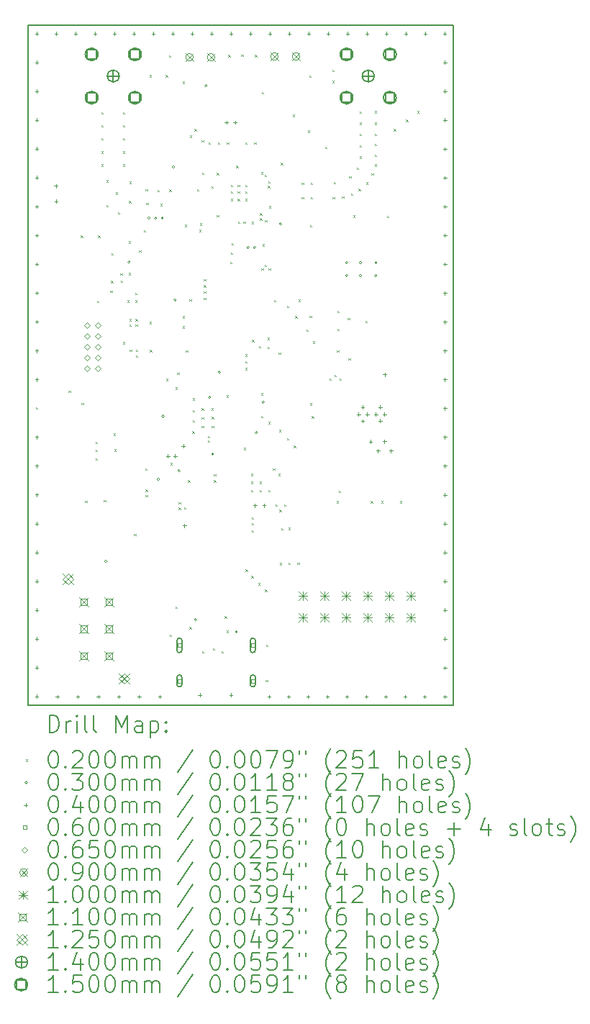
<source format=gbr>
%FSLAX45Y45*%
G04 Gerber Fmt 4.5, Leading zero omitted, Abs format (unit mm)*
G04 Created by KiCad (PCBNEW (6.0.6-0)) date 2023-01-17 18:34:35*
%MOMM*%
%LPD*%
G01*
G04 APERTURE LIST*
%TA.AperFunction,Profile*%
%ADD10C,0.200000*%
%TD*%
%ADD11C,0.200000*%
%ADD12C,0.020000*%
%ADD13C,0.030000*%
%ADD14C,0.040000*%
%ADD15C,0.060000*%
%ADD16C,0.065000*%
%ADD17C,0.090000*%
%ADD18C,0.100000*%
%ADD19C,0.110000*%
%ADD20C,0.125000*%
%ADD21C,0.140000*%
%ADD22C,0.150000*%
G04 APERTURE END LIST*
D10*
X5000000Y-5000000D02*
X10000000Y-5000000D01*
X10000000Y-5000000D02*
X10000000Y-13000000D01*
X10000000Y-13000000D02*
X5000000Y-13000000D01*
X5000000Y-13000000D02*
X5000000Y-5000000D01*
D11*
D12*
X5090000Y-9498695D02*
X5110000Y-9518695D01*
X5110000Y-9498695D02*
X5090000Y-9518695D01*
X5475000Y-9300000D02*
X5495000Y-9320000D01*
X5495000Y-9300000D02*
X5475000Y-9320000D01*
X5617500Y-7477500D02*
X5637500Y-7497500D01*
X5637500Y-7477500D02*
X5617500Y-7497500D01*
X5625000Y-9445000D02*
X5645000Y-9465000D01*
X5645000Y-9445000D02*
X5625000Y-9465000D01*
X5670000Y-10595000D02*
X5690000Y-10615000D01*
X5690000Y-10595000D02*
X5670000Y-10615000D01*
X5790000Y-9905000D02*
X5810000Y-9925000D01*
X5810000Y-9905000D02*
X5790000Y-9925000D01*
X5790000Y-9997500D02*
X5810000Y-10017500D01*
X5810000Y-9997500D02*
X5790000Y-10017500D01*
X5790000Y-10100000D02*
X5810000Y-10120000D01*
X5810000Y-10100000D02*
X5790000Y-10120000D01*
X5809000Y-8245000D02*
X5829000Y-8265000D01*
X5829000Y-8245000D02*
X5809000Y-8265000D01*
X5820000Y-7477500D02*
X5840000Y-7497500D01*
X5840000Y-7477500D02*
X5820000Y-7497500D01*
X5858000Y-6024000D02*
X5878000Y-6044000D01*
X5878000Y-6024000D02*
X5858000Y-6044000D01*
X5858000Y-6178000D02*
X5878000Y-6198000D01*
X5878000Y-6178000D02*
X5858000Y-6198000D01*
X5858000Y-6332000D02*
X5878000Y-6352000D01*
X5878000Y-6332000D02*
X5858000Y-6352000D01*
X5858000Y-6486000D02*
X5878000Y-6506000D01*
X5878000Y-6486000D02*
X5858000Y-6506000D01*
X5858000Y-6640000D02*
X5878000Y-6660000D01*
X5878000Y-6640000D02*
X5858000Y-6660000D01*
X5890000Y-10590000D02*
X5910000Y-10610000D01*
X5910000Y-10590000D02*
X5890000Y-10610000D01*
X5917000Y-6826000D02*
X5937000Y-6846000D01*
X5937000Y-6826000D02*
X5917000Y-6846000D01*
X5920000Y-7115000D02*
X5940000Y-7135000D01*
X5940000Y-7115000D02*
X5920000Y-7135000D01*
X5965000Y-8122500D02*
X5985000Y-8142500D01*
X5985000Y-8122500D02*
X5965000Y-8142500D01*
X5975000Y-8010000D02*
X5995000Y-8030000D01*
X5995000Y-8010000D02*
X5975000Y-8030000D01*
X5977500Y-7682500D02*
X5997500Y-7702500D01*
X5997500Y-7682500D02*
X5977500Y-7702500D01*
X6005000Y-9805000D02*
X6025000Y-9825000D01*
X6025000Y-9805000D02*
X6005000Y-9825000D01*
X6010000Y-9990000D02*
X6030000Y-10010000D01*
X6030000Y-9990000D02*
X6010000Y-10010000D01*
X6027000Y-6970000D02*
X6047000Y-6990000D01*
X6047000Y-6970000D02*
X6027000Y-6990000D01*
X6054000Y-7200000D02*
X6074000Y-7220000D01*
X6074000Y-7200000D02*
X6054000Y-7220000D01*
X6082500Y-7920000D02*
X6102500Y-7940000D01*
X6102500Y-7920000D02*
X6082500Y-7940000D01*
X6090000Y-8005000D02*
X6110000Y-8025000D01*
X6110000Y-8005000D02*
X6090000Y-8025000D01*
X6112000Y-6024000D02*
X6132000Y-6044000D01*
X6132000Y-6024000D02*
X6112000Y-6044000D01*
X6112000Y-6178000D02*
X6132000Y-6198000D01*
X6132000Y-6178000D02*
X6112000Y-6198000D01*
X6112000Y-6332000D02*
X6132000Y-6352000D01*
X6132000Y-6332000D02*
X6112000Y-6352000D01*
X6112000Y-6486000D02*
X6132000Y-6506000D01*
X6132000Y-6486000D02*
X6112000Y-6506000D01*
X6112000Y-6640000D02*
X6132000Y-6660000D01*
X6132000Y-6640000D02*
X6112000Y-6660000D01*
X6115000Y-8730000D02*
X6135000Y-8750000D01*
X6135000Y-8730000D02*
X6115000Y-8750000D01*
X6165000Y-8240000D02*
X6185000Y-8260000D01*
X6185000Y-8240000D02*
X6165000Y-8260000D01*
X6179980Y-7543960D02*
X6199980Y-7563960D01*
X6199980Y-7543960D02*
X6179980Y-7563960D01*
X6180000Y-7917500D02*
X6200000Y-7937500D01*
X6200000Y-7917500D02*
X6180000Y-7937500D01*
X6184000Y-7071000D02*
X6204000Y-7091000D01*
X6204000Y-7071000D02*
X6184000Y-7091000D01*
X6187500Y-8460000D02*
X6207500Y-8480000D01*
X6207500Y-8460000D02*
X6187500Y-8480000D01*
X6187500Y-8522500D02*
X6207500Y-8542500D01*
X6207500Y-8522500D02*
X6187500Y-8542500D01*
X6190000Y-6841000D02*
X6210000Y-6861000D01*
X6210000Y-6841000D02*
X6190000Y-6861000D01*
X6195000Y-8817500D02*
X6215000Y-8837500D01*
X6215000Y-8817500D02*
X6195000Y-8837500D01*
X6245000Y-10985000D02*
X6265000Y-11005000D01*
X6265000Y-10985000D02*
X6245000Y-11005000D01*
X6257500Y-8147500D02*
X6277500Y-8167500D01*
X6277500Y-8147500D02*
X6257500Y-8167500D01*
X6257500Y-8240000D02*
X6277500Y-8260000D01*
X6277500Y-8240000D02*
X6257500Y-8260000D01*
X6262500Y-8460000D02*
X6282500Y-8480000D01*
X6282500Y-8460000D02*
X6262500Y-8480000D01*
X6262500Y-8522500D02*
X6282500Y-8542500D01*
X6282500Y-8522500D02*
X6262500Y-8542500D01*
X6267500Y-8817500D02*
X6287500Y-8837500D01*
X6287500Y-8817500D02*
X6267500Y-8837500D01*
X6267500Y-8887500D02*
X6287500Y-8907500D01*
X6287500Y-8887500D02*
X6267500Y-8907500D01*
X6303000Y-7652000D02*
X6323000Y-7672000D01*
X6323000Y-7652000D02*
X6303000Y-7672000D01*
X6357000Y-7412000D02*
X6377000Y-7432000D01*
X6377000Y-7412000D02*
X6357000Y-7432000D01*
X6375560Y-10213500D02*
X6395560Y-10233500D01*
X6395560Y-10213500D02*
X6375560Y-10233500D01*
X6380000Y-6932000D02*
X6400000Y-6952000D01*
X6400000Y-6932000D02*
X6380000Y-6952000D01*
X6380640Y-10464960D02*
X6400640Y-10484960D01*
X6400640Y-10464960D02*
X6380640Y-10484960D01*
X6381000Y-10527000D02*
X6401000Y-10547000D01*
X6401000Y-10527000D02*
X6381000Y-10547000D01*
X6389000Y-7094000D02*
X6409000Y-7114000D01*
X6409000Y-7094000D02*
X6389000Y-7114000D01*
X6425000Y-5590000D02*
X6445000Y-5610000D01*
X6445000Y-5590000D02*
X6425000Y-5610000D01*
X6425000Y-8492500D02*
X6445000Y-8512500D01*
X6445000Y-8492500D02*
X6425000Y-8512500D01*
X6430000Y-8822500D02*
X6450000Y-8842500D01*
X6450000Y-8822500D02*
X6430000Y-8842500D01*
X6518000Y-6937000D02*
X6538000Y-6957000D01*
X6538000Y-6937000D02*
X6518000Y-6957000D01*
X6554000Y-7105000D02*
X6574000Y-7125000D01*
X6574000Y-7105000D02*
X6554000Y-7125000D01*
X6617500Y-5590000D02*
X6637500Y-5610000D01*
X6637500Y-5590000D02*
X6617500Y-5610000D01*
X6619400Y-9161940D02*
X6639400Y-9181940D01*
X6639400Y-9161940D02*
X6619400Y-9181940D01*
X6655000Y-5357500D02*
X6675000Y-5377500D01*
X6675000Y-5357500D02*
X6655000Y-5377500D01*
X6658000Y-6935000D02*
X6678000Y-6955000D01*
X6678000Y-6935000D02*
X6658000Y-6955000D01*
X6661000Y-12172000D02*
X6681000Y-12192000D01*
X6681000Y-12172000D02*
X6661000Y-12192000D01*
X6672740Y-10152540D02*
X6692740Y-10172540D01*
X6692740Y-10152540D02*
X6672740Y-10172540D01*
X6730000Y-11840000D02*
X6750000Y-11860000D01*
X6750000Y-11840000D02*
X6730000Y-11860000D01*
X6733700Y-9263540D02*
X6753700Y-9283540D01*
X6753700Y-9263540D02*
X6733700Y-9283540D01*
X6754020Y-9088280D02*
X6774020Y-9108280D01*
X6774020Y-9088280D02*
X6754020Y-9108280D01*
X6769260Y-10614820D02*
X6789260Y-10634820D01*
X6789260Y-10614820D02*
X6769260Y-10634820D01*
X6769260Y-10678320D02*
X6789260Y-10698320D01*
X6789260Y-10678320D02*
X6769260Y-10698320D01*
X6815000Y-8425000D02*
X6835000Y-8445000D01*
X6835000Y-8425000D02*
X6815000Y-8445000D01*
X6815000Y-8545000D02*
X6835000Y-8565000D01*
X6835000Y-8545000D02*
X6815000Y-8565000D01*
X6817500Y-5665000D02*
X6837500Y-5685000D01*
X6837500Y-5665000D02*
X6817500Y-5685000D01*
X6832760Y-10670700D02*
X6852760Y-10690700D01*
X6852760Y-10670700D02*
X6832760Y-10690700D01*
X6840380Y-7348380D02*
X6860380Y-7368380D01*
X6860380Y-7348380D02*
X6840380Y-7368380D01*
X6855000Y-8827500D02*
X6875000Y-8847500D01*
X6875000Y-8827500D02*
X6855000Y-8847500D01*
X6880000Y-10355740D02*
X6900000Y-10375740D01*
X6900000Y-10355740D02*
X6880000Y-10375740D01*
X6896000Y-12082000D02*
X6916000Y-12102000D01*
X6916000Y-12082000D02*
X6896000Y-12102000D01*
X6896260Y-8224680D02*
X6916260Y-8244680D01*
X6916260Y-8224680D02*
X6896260Y-8244680D01*
X6898800Y-6299360D02*
X6918800Y-6319360D01*
X6918800Y-6299360D02*
X6898800Y-6319360D01*
X6931820Y-9780000D02*
X6951820Y-9800000D01*
X6951820Y-9780000D02*
X6931820Y-9800000D01*
X6934360Y-9650000D02*
X6954360Y-9670000D01*
X6954360Y-9650000D02*
X6934360Y-9670000D01*
X6935000Y-9530000D02*
X6955000Y-9550000D01*
X6955000Y-9530000D02*
X6935000Y-9550000D01*
X6936900Y-9390540D02*
X6956900Y-9410540D01*
X6956900Y-9390540D02*
X6936900Y-9410540D01*
X6954680Y-6223160D02*
X6974680Y-6243160D01*
X6974680Y-6223160D02*
X6954680Y-6243160D01*
X6988000Y-6931000D02*
X7008000Y-6951000D01*
X7008000Y-6931000D02*
X6988000Y-6951000D01*
X7012500Y-7410000D02*
X7032500Y-7430000D01*
X7032500Y-7410000D02*
X7012500Y-7430000D01*
X7018180Y-7333140D02*
X7038180Y-7353140D01*
X7038180Y-7333140D02*
X7018180Y-7353140D01*
X7040000Y-6352500D02*
X7060000Y-6372500D01*
X7060000Y-6352500D02*
X7040000Y-6372500D01*
X7040000Y-9510000D02*
X7060000Y-9530000D01*
X7060000Y-9510000D02*
X7040000Y-9530000D01*
X7040000Y-9615000D02*
X7060000Y-9635000D01*
X7060000Y-9615000D02*
X7040000Y-9635000D01*
X7040000Y-9715000D02*
X7060000Y-9735000D01*
X7060000Y-9715000D02*
X7040000Y-9735000D01*
X7046000Y-12367000D02*
X7066000Y-12387000D01*
X7066000Y-12367000D02*
X7046000Y-12387000D01*
X7046120Y-6736240D02*
X7066120Y-6756240D01*
X7066120Y-6736240D02*
X7046120Y-6756240D01*
X7066440Y-7988460D02*
X7086440Y-8008460D01*
X7086440Y-7988460D02*
X7066440Y-8008460D01*
X7066440Y-8062120D02*
X7086440Y-8082120D01*
X7086440Y-8062120D02*
X7066440Y-8082120D01*
X7066440Y-8130700D02*
X7086440Y-8150700D01*
X7086440Y-8130700D02*
X7066440Y-8150700D01*
X7066440Y-8209440D02*
X7086440Y-8229440D01*
X7086440Y-8209440D02*
X7066440Y-8229440D01*
X7112160Y-9835040D02*
X7132160Y-9855040D01*
X7132160Y-9835040D02*
X7112160Y-9855040D01*
X7112160Y-9885840D02*
X7132160Y-9905840D01*
X7132160Y-9885840D02*
X7112160Y-9905840D01*
X7120917Y-6380000D02*
X7140917Y-6400000D01*
X7140917Y-6380000D02*
X7120917Y-6400000D01*
X7152800Y-6896260D02*
X7172800Y-6916260D01*
X7172800Y-6896260D02*
X7152800Y-6916260D01*
X7155000Y-9510000D02*
X7175000Y-9530000D01*
X7175000Y-9510000D02*
X7155000Y-9530000D01*
X7160000Y-9610520D02*
X7180000Y-9630520D01*
X7180000Y-9610520D02*
X7160000Y-9630520D01*
X7160000Y-9715000D02*
X7180000Y-9735000D01*
X7180000Y-9715000D02*
X7160000Y-9735000D01*
X7174000Y-12330000D02*
X7194000Y-12350000D01*
X7194000Y-12330000D02*
X7174000Y-12350000D01*
X7185820Y-10282080D02*
X7205820Y-10302080D01*
X7205820Y-10282080D02*
X7185820Y-10302080D01*
X7185820Y-10355740D02*
X7205820Y-10375740D01*
X7205820Y-10355740D02*
X7185820Y-10375740D01*
X7218840Y-6741320D02*
X7238840Y-6761320D01*
X7238840Y-6741320D02*
X7218840Y-6761320D01*
X7218840Y-7234080D02*
X7238840Y-7254080D01*
X7238840Y-7234080D02*
X7218840Y-7254080D01*
X7228733Y-6380000D02*
X7248733Y-6400000D01*
X7248733Y-6380000D02*
X7228733Y-6400000D01*
X7275000Y-12365000D02*
X7295000Y-12385000D01*
X7295000Y-12365000D02*
X7275000Y-12385000D01*
X7311161Y-11954908D02*
X7331161Y-11974908D01*
X7331161Y-11954908D02*
X7311161Y-11974908D01*
X7330000Y-12124000D02*
X7350000Y-12144000D01*
X7350000Y-12124000D02*
X7330000Y-12144000D01*
X7333140Y-9354980D02*
X7353140Y-9374980D01*
X7353140Y-9354980D02*
X7333140Y-9374980D01*
X7336550Y-6380000D02*
X7356550Y-6400000D01*
X7356550Y-6380000D02*
X7336550Y-6400000D01*
X7352500Y-5352500D02*
X7372500Y-5372500D01*
X7372500Y-5352500D02*
X7352500Y-5372500D01*
X7375000Y-7786000D02*
X7395000Y-7806000D01*
X7395000Y-7786000D02*
X7375000Y-7806000D01*
X7381400Y-7043580D02*
X7401400Y-7063580D01*
X7401400Y-7043580D02*
X7381400Y-7063580D01*
X7383940Y-6878480D02*
X7403940Y-6898480D01*
X7403940Y-6878480D02*
X7383940Y-6898480D01*
X7383940Y-6957220D02*
X7403940Y-6977220D01*
X7403940Y-6957220D02*
X7383940Y-6977220D01*
X7385000Y-7675000D02*
X7405000Y-7695000D01*
X7405000Y-7675000D02*
X7385000Y-7695000D01*
X7390000Y-7565000D02*
X7410000Y-7585000D01*
X7410000Y-7565000D02*
X7390000Y-7585000D01*
X7447440Y-6654960D02*
X7467440Y-6674960D01*
X7467440Y-6654960D02*
X7447440Y-6674960D01*
X7465000Y-6878480D02*
X7485000Y-6898480D01*
X7485000Y-6878480D02*
X7465000Y-6898480D01*
X7465000Y-6957220D02*
X7485000Y-6977220D01*
X7485000Y-6957220D02*
X7465000Y-6977220D01*
X7465000Y-7043580D02*
X7485000Y-7063580D01*
X7485000Y-7043580D02*
X7465000Y-7063580D01*
X7470000Y-7310000D02*
X7490000Y-7330000D01*
X7490000Y-7310000D02*
X7470000Y-7330000D01*
X7505000Y-5350000D02*
X7525000Y-5370000D01*
X7525000Y-5350000D02*
X7505000Y-5370000D01*
X7530000Y-7312820D02*
X7550000Y-7332820D01*
X7550000Y-7312820D02*
X7530000Y-7332820D01*
X7535000Y-9975000D02*
X7555000Y-9995000D01*
X7555000Y-9975000D02*
X7535000Y-9995000D01*
X7550000Y-8874920D02*
X7570000Y-8894920D01*
X7570000Y-8874920D02*
X7550000Y-8894920D01*
X7550000Y-8953660D02*
X7570000Y-8973660D01*
X7570000Y-8953660D02*
X7550000Y-8973660D01*
X7550000Y-9035000D02*
X7570000Y-9055000D01*
X7570000Y-9035000D02*
X7550000Y-9055000D01*
X7551390Y-6878480D02*
X7571390Y-6898480D01*
X7571390Y-6878480D02*
X7551390Y-6898480D01*
X7551390Y-6957220D02*
X7571390Y-6977220D01*
X7571390Y-6957220D02*
X7551390Y-6977220D01*
X7551390Y-7043580D02*
X7571390Y-7063580D01*
X7571390Y-7043580D02*
X7551390Y-7063580D01*
X7552183Y-6380000D02*
X7572183Y-6400000D01*
X7572183Y-6380000D02*
X7552183Y-6400000D01*
X7556660Y-11404760D02*
X7576660Y-11424760D01*
X7576660Y-11404760D02*
X7556660Y-11424760D01*
X7622700Y-10279540D02*
X7642700Y-10299540D01*
X7642700Y-10279540D02*
X7622700Y-10299540D01*
X7622700Y-10373520D02*
X7642700Y-10393520D01*
X7642700Y-10373520D02*
X7622700Y-10393520D01*
X7622700Y-10467500D02*
X7642700Y-10487500D01*
X7642700Y-10467500D02*
X7622700Y-10487500D01*
X7625240Y-11480960D02*
X7645240Y-11500960D01*
X7645240Y-11480960D02*
X7625240Y-11500960D01*
X7627780Y-10790080D02*
X7647780Y-10810080D01*
X7647780Y-10790080D02*
X7627780Y-10810080D01*
X7627780Y-10861200D02*
X7647780Y-10881200D01*
X7647780Y-10861200D02*
X7627780Y-10881200D01*
X7627780Y-10942480D02*
X7647780Y-10962480D01*
X7647780Y-10942480D02*
X7627780Y-10962480D01*
X7630320Y-7315160D02*
X7650320Y-7335160D01*
X7650320Y-7315160D02*
X7630320Y-7335160D01*
X7632860Y-8704740D02*
X7652860Y-8724740D01*
X7652860Y-8704740D02*
X7632860Y-8724740D01*
X7660000Y-6380000D02*
X7680000Y-6400000D01*
X7680000Y-6380000D02*
X7660000Y-6400000D01*
X7667500Y-5352500D02*
X7687500Y-5372500D01*
X7687500Y-5352500D02*
X7667500Y-5372500D01*
X7703980Y-11564780D02*
X7723980Y-11584780D01*
X7723980Y-11564780D02*
X7703980Y-11584780D01*
X7714140Y-8778400D02*
X7734140Y-8798400D01*
X7734140Y-8778400D02*
X7714140Y-8798400D01*
X7724300Y-10373520D02*
X7744300Y-10393520D01*
X7744300Y-10373520D02*
X7724300Y-10393520D01*
X7724300Y-10467500D02*
X7744300Y-10487500D01*
X7744300Y-10467500D02*
X7724300Y-10487500D01*
X7725000Y-7215000D02*
X7745000Y-7235000D01*
X7745000Y-7215000D02*
X7725000Y-7235000D01*
X7725000Y-7272500D02*
X7745000Y-7292500D01*
X7745000Y-7272500D02*
X7725000Y-7292500D01*
X7737000Y-6731160D02*
X7757000Y-6751160D01*
X7757000Y-6731160D02*
X7737000Y-6751160D01*
X7737000Y-9598820D02*
X7757000Y-9618820D01*
X7757000Y-9598820D02*
X7737000Y-9618820D01*
X7739540Y-9329580D02*
X7759540Y-9349580D01*
X7759540Y-9329580D02*
X7739540Y-9349580D01*
X7742500Y-7862500D02*
X7762500Y-7882500D01*
X7762500Y-7862500D02*
X7742500Y-7882500D01*
X7745000Y-5789000D02*
X7765000Y-5809000D01*
X7765000Y-5789000D02*
X7745000Y-5809000D01*
X7755000Y-7579000D02*
X7775000Y-7599000D01*
X7775000Y-7579000D02*
X7755000Y-7599000D01*
X7780180Y-6761640D02*
X7800180Y-6781640D01*
X7800180Y-6761640D02*
X7780180Y-6781640D01*
X7783000Y-7820000D02*
X7803000Y-7840000D01*
X7803000Y-7820000D02*
X7783000Y-7840000D01*
X7785000Y-7292500D02*
X7805000Y-7312500D01*
X7805000Y-7292500D02*
X7785000Y-7312500D01*
X7785260Y-11643520D02*
X7805260Y-11663520D01*
X7805260Y-11643520D02*
X7785260Y-11663520D01*
X7792500Y-12707500D02*
X7812500Y-12727500D01*
X7812500Y-12707500D02*
X7792500Y-12727500D01*
X7797500Y-12290000D02*
X7817500Y-12310000D01*
X7817500Y-12290000D02*
X7797500Y-12310000D01*
X7813200Y-8783480D02*
X7833200Y-8803480D01*
X7833200Y-8783480D02*
X7813200Y-8803480D01*
X7815740Y-8679340D02*
X7835740Y-8699340D01*
X7835740Y-8679340D02*
X7815740Y-8699340D01*
X7818280Y-6893720D02*
X7838280Y-6913720D01*
X7838280Y-6893720D02*
X7818280Y-6913720D01*
X7823360Y-6835300D02*
X7843360Y-6855300D01*
X7843360Y-6835300D02*
X7823360Y-6855300D01*
X7823360Y-9670520D02*
X7843360Y-9690520D01*
X7843360Y-9670520D02*
X7823360Y-9690520D01*
X7825900Y-10467500D02*
X7845900Y-10487500D01*
X7845900Y-10467500D02*
X7825900Y-10487500D01*
X7827500Y-7864000D02*
X7847500Y-7884000D01*
X7847500Y-7864000D02*
X7827500Y-7884000D01*
X7830980Y-7129940D02*
X7850980Y-7149940D01*
X7850980Y-7129940D02*
X7830980Y-7149940D01*
X7880000Y-10215000D02*
X7900000Y-10235000D01*
X7900000Y-10215000D02*
X7880000Y-10235000D01*
X7892500Y-8232500D02*
X7912500Y-8252500D01*
X7912500Y-8232500D02*
X7892500Y-8252500D01*
X7907180Y-10637680D02*
X7927180Y-10657680D01*
X7927180Y-10637680D02*
X7907180Y-10657680D01*
X7940000Y-10280000D02*
X7960000Y-10300000D01*
X7960000Y-10280000D02*
X7940000Y-10300000D01*
X7945280Y-8852060D02*
X7965280Y-8872060D01*
X7965280Y-8852060D02*
X7945280Y-8872060D01*
X7952900Y-9763920D02*
X7972900Y-9783920D01*
X7972900Y-9763920D02*
X7952900Y-9783920D01*
X7955440Y-10703720D02*
X7975440Y-10723720D01*
X7975440Y-10703720D02*
X7955440Y-10723720D01*
X7956720Y-11330040D02*
X7976720Y-11350040D01*
X7976720Y-11330040D02*
X7956720Y-11350040D01*
X7973000Y-6623000D02*
X7993000Y-6643000D01*
X7993000Y-6623000D02*
X7973000Y-6643000D01*
X7978300Y-10917080D02*
X7998300Y-10937080D01*
X7998300Y-10917080D02*
X7978300Y-10937080D01*
X8008780Y-10640220D02*
X8028780Y-10660220D01*
X8028780Y-10640220D02*
X8008780Y-10660220D01*
X8041800Y-9860440D02*
X8061800Y-9880440D01*
X8061800Y-9860440D02*
X8041800Y-9880440D01*
X8045000Y-8302500D02*
X8065000Y-8322500D01*
X8065000Y-8302500D02*
X8045000Y-8322500D01*
X8058320Y-11327500D02*
X8078320Y-11347500D01*
X8078320Y-11327500D02*
X8058320Y-11347500D01*
X8059580Y-10914540D02*
X8079580Y-10934540D01*
X8079580Y-10914540D02*
X8059580Y-10934540D01*
X8110380Y-6055520D02*
X8130380Y-6075520D01*
X8130380Y-6055520D02*
X8110380Y-6075520D01*
X8125620Y-9949340D02*
X8145620Y-9969340D01*
X8145620Y-9949340D02*
X8125620Y-9969340D01*
X8140860Y-8425340D02*
X8160860Y-8445340D01*
X8160860Y-8425340D02*
X8140860Y-8445340D01*
X8165000Y-11327500D02*
X8185000Y-11347500D01*
X8185000Y-11327500D02*
X8165000Y-11347500D01*
X8177500Y-8230000D02*
X8197500Y-8250000D01*
X8197500Y-8230000D02*
X8177500Y-8250000D01*
X8216000Y-6852500D02*
X8236000Y-6872500D01*
X8236000Y-6852500D02*
X8216000Y-6872500D01*
X8217500Y-7022500D02*
X8237500Y-7042500D01*
X8237500Y-7022500D02*
X8217500Y-7042500D01*
X8272500Y-8582500D02*
X8292500Y-8602500D01*
X8292500Y-8582500D02*
X8272500Y-8602500D01*
X8290000Y-6240000D02*
X8310000Y-6260000D01*
X8310000Y-6240000D02*
X8290000Y-6260000D01*
X8305000Y-5592500D02*
X8325000Y-5612500D01*
X8325000Y-5592500D02*
X8305000Y-5612500D01*
X8310000Y-8420000D02*
X8330000Y-8440000D01*
X8330000Y-8420000D02*
X8310000Y-8440000D01*
X8315000Y-7355000D02*
X8335000Y-7375000D01*
X8335000Y-7355000D02*
X8315000Y-7375000D01*
X8316120Y-9448960D02*
X8336120Y-9468960D01*
X8336120Y-9448960D02*
X8316120Y-9468960D01*
X8322500Y-7022500D02*
X8342500Y-7042500D01*
X8342500Y-7022500D02*
X8322500Y-7042500D01*
X8325000Y-6852500D02*
X8345000Y-6872500D01*
X8345000Y-6852500D02*
X8325000Y-6872500D01*
X8336440Y-9601360D02*
X8356440Y-9621360D01*
X8356440Y-9601360D02*
X8336440Y-9621360D01*
X8351000Y-8723000D02*
X8371000Y-8743000D01*
X8371000Y-8723000D02*
X8351000Y-8743000D01*
X8495000Y-6430000D02*
X8515000Y-6450000D01*
X8515000Y-6430000D02*
X8495000Y-6450000D01*
X8545700Y-9160000D02*
X8565700Y-9180000D01*
X8565700Y-9160000D02*
X8545700Y-9180000D01*
X8577500Y-5525000D02*
X8597500Y-5545000D01*
X8597500Y-5525000D02*
X8577500Y-5545000D01*
X8577500Y-5657500D02*
X8597500Y-5677500D01*
X8597500Y-5657500D02*
X8577500Y-5677500D01*
X8580000Y-7025000D02*
X8600000Y-7045000D01*
X8600000Y-7025000D02*
X8580000Y-7045000D01*
X8595000Y-6847500D02*
X8615000Y-6867500D01*
X8615000Y-6847500D02*
X8595000Y-6867500D01*
X8604120Y-9112800D02*
X8624120Y-9132800D01*
X8624120Y-9112800D02*
X8604120Y-9132800D01*
X8628540Y-10599580D02*
X8648540Y-10619580D01*
X8648540Y-10599580D02*
X8628540Y-10619580D01*
X8633620Y-8826660D02*
X8653620Y-8846660D01*
X8653620Y-8826660D02*
X8633620Y-8846660D01*
X8636160Y-8359300D02*
X8656160Y-8379300D01*
X8656160Y-8359300D02*
X8636160Y-8379300D01*
X8636160Y-8572500D02*
X8656160Y-8592500D01*
X8656160Y-8572500D02*
X8636160Y-8592500D01*
X8653940Y-10477660D02*
X8673940Y-10497660D01*
X8673940Y-10477660D02*
X8653940Y-10497660D01*
X8660000Y-9160000D02*
X8680000Y-9180000D01*
X8680000Y-9160000D02*
X8660000Y-9180000D01*
X8690000Y-7015000D02*
X8710000Y-7035000D01*
X8710000Y-7015000D02*
X8690000Y-7035000D01*
X8760620Y-8448200D02*
X8780620Y-8468200D01*
X8780620Y-8448200D02*
X8760620Y-8468200D01*
X8768240Y-8918100D02*
X8788240Y-8938100D01*
X8788240Y-8918100D02*
X8768240Y-8938100D01*
X8777500Y-6780000D02*
X8797500Y-6800000D01*
X8797500Y-6780000D02*
X8777500Y-6800000D01*
X8795000Y-6980000D02*
X8815000Y-7000000D01*
X8815000Y-6980000D02*
X8795000Y-7000000D01*
X8822500Y-7240000D02*
X8842500Y-7260000D01*
X8842500Y-7240000D02*
X8822500Y-7260000D01*
X8867500Y-6677500D02*
X8887500Y-6697500D01*
X8887500Y-6677500D02*
X8867500Y-6697500D01*
X8887500Y-6927500D02*
X8907500Y-6947500D01*
X8907500Y-6927500D02*
X8887500Y-6947500D01*
X8900000Y-6014140D02*
X8920000Y-6034140D01*
X8920000Y-6014140D02*
X8900000Y-6034140D01*
X8900000Y-6146855D02*
X8920000Y-6166855D01*
X8920000Y-6146855D02*
X8900000Y-6166855D01*
X8900000Y-6279570D02*
X8920000Y-6299570D01*
X8920000Y-6279570D02*
X8900000Y-6299570D01*
X8900000Y-6412285D02*
X8920000Y-6432285D01*
X8920000Y-6412285D02*
X8900000Y-6432285D01*
X8900000Y-6545000D02*
X8920000Y-6565000D01*
X8920000Y-6545000D02*
X8900000Y-6565000D01*
X8965000Y-8477500D02*
X8985000Y-8497500D01*
X8985000Y-8477500D02*
X8965000Y-8497500D01*
X8975000Y-6850000D02*
X8995000Y-6870000D01*
X8995000Y-6850000D02*
X8975000Y-6870000D01*
X9031360Y-10600360D02*
X9051360Y-10620360D01*
X9051360Y-10600360D02*
X9031360Y-10620360D01*
X9040000Y-6745000D02*
X9060000Y-6765000D01*
X9060000Y-6745000D02*
X9040000Y-6765000D01*
X9075000Y-6011070D02*
X9095000Y-6031070D01*
X9095000Y-6011070D02*
X9075000Y-6031070D01*
X9075000Y-6147500D02*
X9095000Y-6167500D01*
X9095000Y-6147500D02*
X9075000Y-6167500D01*
X9075000Y-6280000D02*
X9095000Y-6300000D01*
X9095000Y-6280000D02*
X9075000Y-6300000D01*
X9075000Y-6397500D02*
X9095000Y-6417500D01*
X9095000Y-6397500D02*
X9075000Y-6417500D01*
X9075000Y-6522500D02*
X9095000Y-6542500D01*
X9095000Y-6522500D02*
X9075000Y-6542500D01*
X9075000Y-6640000D02*
X9095000Y-6660000D01*
X9095000Y-6640000D02*
X9075000Y-6660000D01*
X9152500Y-10600000D02*
X9172500Y-10620000D01*
X9172500Y-10600000D02*
X9152500Y-10620000D01*
X9222500Y-7242500D02*
X9242500Y-7262500D01*
X9242500Y-7242500D02*
X9222500Y-7262500D01*
X9302500Y-6222500D02*
X9322500Y-6242500D01*
X9322500Y-6222500D02*
X9302500Y-6242500D01*
X9375000Y-10600000D02*
X9395000Y-10620000D01*
X9395000Y-10600000D02*
X9375000Y-10620000D01*
X9445000Y-6115000D02*
X9465000Y-6135000D01*
X9465000Y-6115000D02*
X9445000Y-6135000D01*
X9577500Y-6012500D02*
X9597500Y-6032500D01*
X9597500Y-6012500D02*
X9577500Y-6032500D01*
D13*
X5925000Y-11310000D02*
G75*
G03*
X5925000Y-11310000I-15000J0D01*
G01*
X6199900Y-7790180D02*
G75*
G03*
X6199900Y-7790180I-15000J0D01*
G01*
X6435000Y-7272000D02*
G75*
G03*
X6435000Y-7272000I-15000J0D01*
G01*
X6514000Y-7272000D02*
G75*
G03*
X6514000Y-7272000I-15000J0D01*
G01*
X6545340Y-10345420D02*
G75*
G03*
X6545340Y-10345420I-15000J0D01*
G01*
X6591000Y-7272000D02*
G75*
G03*
X6591000Y-7272000I-15000J0D01*
G01*
X6601220Y-9603740D02*
G75*
G03*
X6601220Y-9603740I-15000J0D01*
G01*
X6723000Y-6670000D02*
G75*
G03*
X6723000Y-6670000I-15000J0D01*
G01*
X6740920Y-8234680D02*
G75*
G03*
X6740920Y-8234680I-15000J0D01*
G01*
X6790000Y-10245000D02*
G75*
G03*
X6790000Y-10245000I-15000J0D01*
G01*
X6982000Y-11998000D02*
G75*
G03*
X6982000Y-11998000I-15000J0D01*
G01*
X7105000Y-5715000D02*
G75*
G03*
X7105000Y-5715000I-15000J0D01*
G01*
X7147320Y-9380220D02*
G75*
G03*
X7147320Y-9380220I-15000J0D01*
G01*
X7182880Y-10048240D02*
G75*
G03*
X7182880Y-10048240I-15000J0D01*
G01*
X7261620Y-9085580D02*
G75*
G03*
X7261620Y-9085580I-15000J0D01*
G01*
X7465000Y-12139000D02*
G75*
G03*
X7465000Y-12139000I-15000J0D01*
G01*
X7602000Y-7615000D02*
G75*
G03*
X7602000Y-7615000I-15000J0D01*
G01*
X7677000Y-7615000D02*
G75*
G03*
X7677000Y-7615000I-15000J0D01*
G01*
X7698500Y-9796780D02*
G75*
G03*
X7698500Y-9796780I-15000J0D01*
G01*
X7779780Y-9436100D02*
G75*
G03*
X7779780Y-9436100I-15000J0D01*
G01*
X7982980Y-7340600D02*
G75*
G03*
X7982980Y-7340600I-15000J0D01*
G01*
X8760000Y-7795000D02*
G75*
G03*
X8760000Y-7795000I-15000J0D01*
G01*
X8760000Y-7947500D02*
G75*
G03*
X8760000Y-7947500I-15000J0D01*
G01*
X8922500Y-7795000D02*
G75*
G03*
X8922500Y-7795000I-15000J0D01*
G01*
X8922500Y-7947500D02*
G75*
G03*
X8922500Y-7947500I-15000J0D01*
G01*
X9105000Y-7795000D02*
G75*
G03*
X9105000Y-7795000I-15000J0D01*
G01*
X9105000Y-7950000D02*
G75*
G03*
X9105000Y-7950000I-15000J0D01*
G01*
D14*
X5100000Y-5080000D02*
X5100000Y-5120000D01*
X5080000Y-5100000D02*
X5120000Y-5100000D01*
X5100000Y-5419130D02*
X5100000Y-5459130D01*
X5080000Y-5439130D02*
X5120000Y-5439130D01*
X5100000Y-5758261D02*
X5100000Y-5798261D01*
X5080000Y-5778261D02*
X5120000Y-5778261D01*
X5100000Y-6097391D02*
X5100000Y-6137391D01*
X5080000Y-6117391D02*
X5120000Y-6117391D01*
X5100000Y-6436522D02*
X5100000Y-6476522D01*
X5080000Y-6456522D02*
X5120000Y-6456522D01*
X5100000Y-6775652D02*
X5100000Y-6815652D01*
X5080000Y-6795652D02*
X5120000Y-6795652D01*
X5100000Y-7114782D02*
X5100000Y-7154782D01*
X5080000Y-7134782D02*
X5120000Y-7134782D01*
X5100000Y-7453913D02*
X5100000Y-7493913D01*
X5080000Y-7473913D02*
X5120000Y-7473913D01*
X5100000Y-7793043D02*
X5100000Y-7833043D01*
X5080000Y-7813043D02*
X5120000Y-7813043D01*
X5100000Y-8132174D02*
X5100000Y-8172174D01*
X5080000Y-8152174D02*
X5120000Y-8152174D01*
X5100000Y-8471304D02*
X5100000Y-8511304D01*
X5080000Y-8491304D02*
X5120000Y-8491304D01*
X5100000Y-8810434D02*
X5100000Y-8850434D01*
X5080000Y-8830434D02*
X5120000Y-8830434D01*
X5100000Y-9149565D02*
X5100000Y-9189565D01*
X5080000Y-9169565D02*
X5120000Y-9169565D01*
X5100000Y-9827826D02*
X5100000Y-9867826D01*
X5080000Y-9847826D02*
X5120000Y-9847826D01*
X5100000Y-10166956D02*
X5100000Y-10206956D01*
X5080000Y-10186956D02*
X5120000Y-10186956D01*
X5100000Y-10506086D02*
X5100000Y-10546086D01*
X5080000Y-10526086D02*
X5120000Y-10526086D01*
X5100000Y-10845217D02*
X5100000Y-10885217D01*
X5080000Y-10865217D02*
X5120000Y-10865217D01*
X5100000Y-11184347D02*
X5100000Y-11224347D01*
X5080000Y-11204347D02*
X5120000Y-11204347D01*
X5100000Y-11523478D02*
X5100000Y-11563478D01*
X5080000Y-11543478D02*
X5120000Y-11543478D01*
X5100000Y-11862608D02*
X5100000Y-11902608D01*
X5080000Y-11882608D02*
X5120000Y-11882608D01*
X5100000Y-12201738D02*
X5100000Y-12241738D01*
X5080000Y-12221738D02*
X5120000Y-12221738D01*
X5100000Y-12540869D02*
X5100000Y-12580869D01*
X5080000Y-12560869D02*
X5120000Y-12560869D01*
X5100000Y-12880000D02*
X5100000Y-12920000D01*
X5080000Y-12900000D02*
X5120000Y-12900000D01*
X5325000Y-6872500D02*
X5325000Y-6912500D01*
X5305000Y-6892500D02*
X5345000Y-6892500D01*
X5327500Y-7055000D02*
X5327500Y-7095000D01*
X5307500Y-7075000D02*
X5347500Y-7075000D01*
X5328571Y-5080000D02*
X5328571Y-5120000D01*
X5308571Y-5100000D02*
X5348571Y-5100000D01*
X5340930Y-12880660D02*
X5340930Y-12920660D01*
X5320930Y-12900660D02*
X5360930Y-12900660D01*
X5557143Y-5080000D02*
X5557143Y-5120000D01*
X5537143Y-5100000D02*
X5577143Y-5100000D01*
X5581860Y-12880660D02*
X5581860Y-12920660D01*
X5561860Y-12900660D02*
X5601860Y-12900660D01*
X5785714Y-5080000D02*
X5785714Y-5120000D01*
X5765714Y-5100000D02*
X5805714Y-5100000D01*
X5822790Y-12880660D02*
X5822790Y-12920660D01*
X5802790Y-12900660D02*
X5842790Y-12900660D01*
X6014286Y-5080000D02*
X6014286Y-5120000D01*
X5994286Y-5100000D02*
X6034286Y-5100000D01*
X6063720Y-12880660D02*
X6063720Y-12920660D01*
X6043720Y-12900660D02*
X6083720Y-12900660D01*
X6242857Y-5080000D02*
X6242857Y-5120000D01*
X6222857Y-5100000D02*
X6262857Y-5100000D01*
X6304650Y-12880660D02*
X6304650Y-12920660D01*
X6284650Y-12900660D02*
X6324650Y-12900660D01*
X6471428Y-5080000D02*
X6471428Y-5120000D01*
X6451428Y-5100000D02*
X6491428Y-5100000D01*
X6545580Y-12880660D02*
X6545580Y-12920660D01*
X6525580Y-12900660D02*
X6565580Y-12900660D01*
X6642100Y-10051100D02*
X6642100Y-10091100D01*
X6622100Y-10071100D02*
X6662100Y-10071100D01*
X6700000Y-5080000D02*
X6700000Y-5120000D01*
X6680000Y-5100000D02*
X6720000Y-5100000D01*
X6728460Y-10051100D02*
X6728460Y-10091100D01*
X6708460Y-10071100D02*
X6748460Y-10071100D01*
X6822440Y-9931720D02*
X6822440Y-9971720D01*
X6802440Y-9951720D02*
X6842440Y-9951720D01*
X6837500Y-10867500D02*
X6837500Y-10907500D01*
X6817500Y-10887500D02*
X6857500Y-10887500D01*
X6928571Y-5080000D02*
X6928571Y-5120000D01*
X6908571Y-5100000D02*
X6948571Y-5100000D01*
X7017500Y-12862500D02*
X7017500Y-12902500D01*
X6997500Y-12882500D02*
X7037500Y-12882500D01*
X7157143Y-5080000D02*
X7157143Y-5120000D01*
X7137143Y-5100000D02*
X7177143Y-5100000D01*
X7330000Y-6124000D02*
X7330000Y-6164000D01*
X7310000Y-6144000D02*
X7350000Y-6144000D01*
X7385714Y-5080000D02*
X7385714Y-5120000D01*
X7365714Y-5100000D02*
X7405714Y-5100000D01*
X7385800Y-12862500D02*
X7385800Y-12902500D01*
X7365800Y-12882500D02*
X7405800Y-12882500D01*
X7432000Y-6124000D02*
X7432000Y-6164000D01*
X7412000Y-6144000D02*
X7452000Y-6144000D01*
X7614285Y-5080000D02*
X7614285Y-5120000D01*
X7594285Y-5100000D02*
X7634285Y-5100000D01*
X7668260Y-10632760D02*
X7668260Y-10672760D01*
X7648260Y-10652760D02*
X7688260Y-10652760D01*
X7774940Y-10632760D02*
X7774940Y-10672760D01*
X7754940Y-10652760D02*
X7794940Y-10652760D01*
X7833045Y-12880660D02*
X7833045Y-12920660D01*
X7813045Y-12900660D02*
X7853045Y-12900660D01*
X7842857Y-5080000D02*
X7842857Y-5120000D01*
X7822857Y-5100000D02*
X7862857Y-5100000D01*
X8061617Y-12880660D02*
X8061617Y-12920660D01*
X8041617Y-12900660D02*
X8081617Y-12900660D01*
X8071428Y-5080000D02*
X8071428Y-5120000D01*
X8051428Y-5100000D02*
X8091428Y-5100000D01*
X8290188Y-12880660D02*
X8290188Y-12920660D01*
X8270188Y-12900660D02*
X8310188Y-12900660D01*
X8300000Y-5080000D02*
X8300000Y-5120000D01*
X8280000Y-5100000D02*
X8320000Y-5100000D01*
X8518760Y-12880660D02*
X8518760Y-12920660D01*
X8498760Y-12900660D02*
X8538760Y-12900660D01*
X8528571Y-5080000D02*
X8528571Y-5120000D01*
X8508571Y-5100000D02*
X8548571Y-5100000D01*
X8747331Y-12880660D02*
X8747331Y-12920660D01*
X8727331Y-12900660D02*
X8767331Y-12900660D01*
X8757142Y-5080000D02*
X8757142Y-5120000D01*
X8737142Y-5100000D02*
X8777142Y-5100000D01*
X8884920Y-9558340D02*
X8884920Y-9598340D01*
X8864920Y-9578340D02*
X8904920Y-9578340D01*
X8933180Y-9474520D02*
X8933180Y-9514520D01*
X8913180Y-9494520D02*
X8953180Y-9494520D01*
X8933180Y-9639620D02*
X8933180Y-9679620D01*
X8913180Y-9659620D02*
X8953180Y-9659620D01*
X8975902Y-12880660D02*
X8975902Y-12920660D01*
X8955902Y-12900660D02*
X8995902Y-12900660D01*
X8985714Y-5080000D02*
X8985714Y-5120000D01*
X8965714Y-5100000D02*
X9005714Y-5100000D01*
X8986520Y-9558340D02*
X8986520Y-9598340D01*
X8966520Y-9578340D02*
X9006520Y-9578340D01*
X9027000Y-9881000D02*
X9027000Y-9921000D01*
X9007000Y-9901000D02*
X9047000Y-9901000D01*
X9088120Y-9558340D02*
X9088120Y-9598340D01*
X9068120Y-9578340D02*
X9108120Y-9578340D01*
X9114000Y-9987000D02*
X9114000Y-10027000D01*
X9094000Y-10007000D02*
X9134000Y-10007000D01*
X9138920Y-9474520D02*
X9138920Y-9514520D01*
X9118920Y-9494520D02*
X9158920Y-9494520D01*
X9138920Y-9637080D02*
X9138920Y-9677080D01*
X9118920Y-9657080D02*
X9158920Y-9657080D01*
X9189720Y-9558340D02*
X9189720Y-9598340D01*
X9169720Y-9578340D02*
X9209720Y-9578340D01*
X9191000Y-9878000D02*
X9191000Y-9918000D01*
X9171000Y-9898000D02*
X9211000Y-9898000D01*
X9195000Y-9090000D02*
X9195000Y-9130000D01*
X9175000Y-9110000D02*
X9215000Y-9110000D01*
X9204474Y-12880660D02*
X9204474Y-12920660D01*
X9184474Y-12900660D02*
X9224474Y-12900660D01*
X9214285Y-5080000D02*
X9214285Y-5120000D01*
X9194285Y-5100000D02*
X9234285Y-5100000D01*
X9266000Y-9987000D02*
X9266000Y-10027000D01*
X9246000Y-10007000D02*
X9286000Y-10007000D01*
X9433045Y-12880660D02*
X9433045Y-12920660D01*
X9413045Y-12900660D02*
X9453045Y-12900660D01*
X9442857Y-5080000D02*
X9442857Y-5120000D01*
X9422857Y-5100000D02*
X9462857Y-5100000D01*
X9661617Y-12880660D02*
X9661617Y-12920660D01*
X9641617Y-12900660D02*
X9681617Y-12900660D01*
X9671428Y-5080000D02*
X9671428Y-5120000D01*
X9651428Y-5100000D02*
X9691428Y-5100000D01*
X9900000Y-5080000D02*
X9900000Y-5120000D01*
X9880000Y-5100000D02*
X9920000Y-5100000D01*
X9900920Y-5419790D02*
X9900920Y-5459790D01*
X9880920Y-5439790D02*
X9920920Y-5439790D01*
X9900920Y-5758921D02*
X9900920Y-5798921D01*
X9880920Y-5778921D02*
X9920920Y-5778921D01*
X9900920Y-6098051D02*
X9900920Y-6138051D01*
X9880920Y-6118051D02*
X9920920Y-6118051D01*
X9900920Y-6437182D02*
X9900920Y-6477182D01*
X9880920Y-6457182D02*
X9920920Y-6457182D01*
X9900920Y-6776312D02*
X9900920Y-6816312D01*
X9880920Y-6796312D02*
X9920920Y-6796312D01*
X9900920Y-7115442D02*
X9900920Y-7155442D01*
X9880920Y-7135442D02*
X9920920Y-7135442D01*
X9900920Y-7454573D02*
X9900920Y-7494573D01*
X9880920Y-7474573D02*
X9920920Y-7474573D01*
X9900920Y-7793703D02*
X9900920Y-7833703D01*
X9880920Y-7813703D02*
X9920920Y-7813703D01*
X9900920Y-8132834D02*
X9900920Y-8172834D01*
X9880920Y-8152834D02*
X9920920Y-8152834D01*
X9900920Y-8471964D02*
X9900920Y-8511964D01*
X9880920Y-8491964D02*
X9920920Y-8491964D01*
X9900920Y-8811094D02*
X9900920Y-8851094D01*
X9880920Y-8831094D02*
X9920920Y-8831094D01*
X9900920Y-9150225D02*
X9900920Y-9190225D01*
X9880920Y-9170225D02*
X9920920Y-9170225D01*
X9900920Y-9489355D02*
X9900920Y-9529355D01*
X9880920Y-9509355D02*
X9920920Y-9509355D01*
X9900920Y-9828486D02*
X9900920Y-9868486D01*
X9880920Y-9848486D02*
X9920920Y-9848486D01*
X9900920Y-10167616D02*
X9900920Y-10207616D01*
X9880920Y-10187616D02*
X9920920Y-10187616D01*
X9900920Y-10506746D02*
X9900920Y-10546746D01*
X9880920Y-10526746D02*
X9920920Y-10526746D01*
X9900920Y-10845877D02*
X9900920Y-10885877D01*
X9880920Y-10865877D02*
X9920920Y-10865877D01*
X9900920Y-11185007D02*
X9900920Y-11225007D01*
X9880920Y-11205007D02*
X9920920Y-11205007D01*
X9900920Y-11524138D02*
X9900920Y-11564138D01*
X9880920Y-11544138D02*
X9920920Y-11544138D01*
X9900920Y-11863268D02*
X9900920Y-11903268D01*
X9880920Y-11883268D02*
X9920920Y-11883268D01*
X9900920Y-12202398D02*
X9900920Y-12242398D01*
X9880920Y-12222398D02*
X9920920Y-12222398D01*
X9900920Y-12541529D02*
X9900920Y-12581529D01*
X9880920Y-12561529D02*
X9920920Y-12561529D01*
X9900920Y-12880660D02*
X9900920Y-12920660D01*
X9880920Y-12900660D02*
X9920920Y-12900660D01*
D15*
X6799213Y-12319713D02*
X6799213Y-12277287D01*
X6756787Y-12277287D01*
X6756787Y-12319713D01*
X6799213Y-12319713D01*
D11*
X6748000Y-12243500D02*
X6748000Y-12353500D01*
X6808000Y-12243500D02*
X6808000Y-12353500D01*
X6748000Y-12353500D02*
G75*
G03*
X6808000Y-12353500I30000J0D01*
G01*
X6808000Y-12243500D02*
G75*
G03*
X6748000Y-12243500I-30000J0D01*
G01*
D15*
X6799213Y-12737713D02*
X6799213Y-12695287D01*
X6756787Y-12695287D01*
X6756787Y-12737713D01*
X6799213Y-12737713D01*
D11*
X6748000Y-12676500D02*
X6748000Y-12756500D01*
X6808000Y-12676500D02*
X6808000Y-12756500D01*
X6748000Y-12756500D02*
G75*
G03*
X6808000Y-12756500I30000J0D01*
G01*
X6808000Y-12676500D02*
G75*
G03*
X6748000Y-12676500I-30000J0D01*
G01*
D15*
X7663213Y-12319713D02*
X7663213Y-12277287D01*
X7620787Y-12277287D01*
X7620787Y-12319713D01*
X7663213Y-12319713D01*
D11*
X7612000Y-12243500D02*
X7612000Y-12353500D01*
X7672000Y-12243500D02*
X7672000Y-12353500D01*
X7612000Y-12353500D02*
G75*
G03*
X7672000Y-12353500I30000J0D01*
G01*
X7672000Y-12243500D02*
G75*
G03*
X7612000Y-12243500I-30000J0D01*
G01*
D15*
X7663213Y-12737713D02*
X7663213Y-12695287D01*
X7620787Y-12695287D01*
X7620787Y-12737713D01*
X7663213Y-12737713D01*
D11*
X7612000Y-12676500D02*
X7612000Y-12756500D01*
X7672000Y-12676500D02*
X7672000Y-12756500D01*
X7612000Y-12756500D02*
G75*
G03*
X7672000Y-12756500I30000J0D01*
G01*
X7672000Y-12676500D02*
G75*
G03*
X7612000Y-12676500I-30000J0D01*
G01*
D16*
X5692500Y-8562500D02*
X5725000Y-8530000D01*
X5692500Y-8497500D01*
X5660000Y-8530000D01*
X5692500Y-8562500D01*
X5692500Y-8689500D02*
X5725000Y-8657000D01*
X5692500Y-8624500D01*
X5660000Y-8657000D01*
X5692500Y-8689500D01*
X5692500Y-8816500D02*
X5725000Y-8784000D01*
X5692500Y-8751500D01*
X5660000Y-8784000D01*
X5692500Y-8816500D01*
X5692500Y-8943500D02*
X5725000Y-8911000D01*
X5692500Y-8878500D01*
X5660000Y-8911000D01*
X5692500Y-8943500D01*
X5692500Y-9070500D02*
X5725000Y-9038000D01*
X5692500Y-9005500D01*
X5660000Y-9038000D01*
X5692500Y-9070500D01*
X5819500Y-8562500D02*
X5852000Y-8530000D01*
X5819500Y-8497500D01*
X5787000Y-8530000D01*
X5819500Y-8562500D01*
X5819500Y-8689500D02*
X5852000Y-8657000D01*
X5819500Y-8624500D01*
X5787000Y-8657000D01*
X5819500Y-8689500D01*
X5819500Y-8816500D02*
X5852000Y-8784000D01*
X5819500Y-8751500D01*
X5787000Y-8784000D01*
X5819500Y-8816500D01*
X5819500Y-8943500D02*
X5852000Y-8911000D01*
X5819500Y-8878500D01*
X5787000Y-8911000D01*
X5819500Y-8943500D01*
X5819500Y-9070500D02*
X5852000Y-9038000D01*
X5819500Y-9005500D01*
X5787000Y-9038000D01*
X5819500Y-9070500D01*
D17*
X6851000Y-5335000D02*
X6941000Y-5425000D01*
X6941000Y-5335000D02*
X6851000Y-5425000D01*
X6941000Y-5380000D02*
G75*
G03*
X6941000Y-5380000I-45000J0D01*
G01*
X7105000Y-5335000D02*
X7195000Y-5425000D01*
X7195000Y-5335000D02*
X7105000Y-5425000D01*
X7195000Y-5380000D02*
G75*
G03*
X7195000Y-5380000I-45000J0D01*
G01*
X7851000Y-5325000D02*
X7941000Y-5415000D01*
X7941000Y-5325000D02*
X7851000Y-5415000D01*
X7941000Y-5370000D02*
G75*
G03*
X7941000Y-5370000I-45000J0D01*
G01*
X8105000Y-5325000D02*
X8195000Y-5415000D01*
X8195000Y-5325000D02*
X8105000Y-5415000D01*
X8195000Y-5370000D02*
G75*
G03*
X8195000Y-5370000I-45000J0D01*
G01*
D18*
X8180000Y-11667500D02*
X8280000Y-11767500D01*
X8280000Y-11667500D02*
X8180000Y-11767500D01*
X8230000Y-11667500D02*
X8230000Y-11767500D01*
X8180000Y-11717500D02*
X8280000Y-11717500D01*
X8180000Y-11921500D02*
X8280000Y-12021500D01*
X8280000Y-11921500D02*
X8180000Y-12021500D01*
X8230000Y-11921500D02*
X8230000Y-12021500D01*
X8180000Y-11971500D02*
X8280000Y-11971500D01*
X8434000Y-11667500D02*
X8534000Y-11767500D01*
X8534000Y-11667500D02*
X8434000Y-11767500D01*
X8484000Y-11667500D02*
X8484000Y-11767500D01*
X8434000Y-11717500D02*
X8534000Y-11717500D01*
X8434000Y-11921500D02*
X8534000Y-12021500D01*
X8534000Y-11921500D02*
X8434000Y-12021500D01*
X8484000Y-11921500D02*
X8484000Y-12021500D01*
X8434000Y-11971500D02*
X8534000Y-11971500D01*
X8688000Y-11667500D02*
X8788000Y-11767500D01*
X8788000Y-11667500D02*
X8688000Y-11767500D01*
X8738000Y-11667500D02*
X8738000Y-11767500D01*
X8688000Y-11717500D02*
X8788000Y-11717500D01*
X8688000Y-11921500D02*
X8788000Y-12021500D01*
X8788000Y-11921500D02*
X8688000Y-12021500D01*
X8738000Y-11921500D02*
X8738000Y-12021500D01*
X8688000Y-11971500D02*
X8788000Y-11971500D01*
X8942000Y-11667500D02*
X9042000Y-11767500D01*
X9042000Y-11667500D02*
X8942000Y-11767500D01*
X8992000Y-11667500D02*
X8992000Y-11767500D01*
X8942000Y-11717500D02*
X9042000Y-11717500D01*
X8942000Y-11921500D02*
X9042000Y-12021500D01*
X9042000Y-11921500D02*
X8942000Y-12021500D01*
X8992000Y-11921500D02*
X8992000Y-12021500D01*
X8942000Y-11971500D02*
X9042000Y-11971500D01*
X9196000Y-11667500D02*
X9296000Y-11767500D01*
X9296000Y-11667500D02*
X9196000Y-11767500D01*
X9246000Y-11667500D02*
X9246000Y-11767500D01*
X9196000Y-11717500D02*
X9296000Y-11717500D01*
X9196000Y-11921500D02*
X9296000Y-12021500D01*
X9296000Y-11921500D02*
X9196000Y-12021500D01*
X9246000Y-11921500D02*
X9246000Y-12021500D01*
X9196000Y-11971500D02*
X9296000Y-11971500D01*
X9450000Y-11667500D02*
X9550000Y-11767500D01*
X9550000Y-11667500D02*
X9450000Y-11767500D01*
X9500000Y-11667500D02*
X9500000Y-11767500D01*
X9450000Y-11717500D02*
X9550000Y-11717500D01*
X9450000Y-11921500D02*
X9550000Y-12021500D01*
X9550000Y-11921500D02*
X9450000Y-12021500D01*
X9500000Y-11921500D02*
X9500000Y-12021500D01*
X9450000Y-11971500D02*
X9550000Y-11971500D01*
D19*
X5595000Y-11730040D02*
X5705000Y-11840040D01*
X5705000Y-11730040D02*
X5595000Y-11840040D01*
X5688891Y-11823931D02*
X5688891Y-11746149D01*
X5611109Y-11746149D01*
X5611109Y-11823931D01*
X5688891Y-11823931D01*
X5595000Y-12050040D02*
X5705000Y-12160040D01*
X5705000Y-12050040D02*
X5595000Y-12160040D01*
X5688891Y-12143931D02*
X5688891Y-12066149D01*
X5611109Y-12066149D01*
X5611109Y-12143931D01*
X5688891Y-12143931D01*
X5595000Y-12370040D02*
X5705000Y-12480040D01*
X5705000Y-12370040D02*
X5595000Y-12480040D01*
X5688891Y-12463931D02*
X5688891Y-12386149D01*
X5611109Y-12386149D01*
X5611109Y-12463931D01*
X5688891Y-12463931D01*
X5895000Y-11730040D02*
X6005000Y-11840040D01*
X6005000Y-11730040D02*
X5895000Y-11840040D01*
X5988891Y-11823931D02*
X5988891Y-11746149D01*
X5911109Y-11746149D01*
X5911109Y-11823931D01*
X5988891Y-11823931D01*
X5895000Y-12050040D02*
X6005000Y-12160040D01*
X6005000Y-12050040D02*
X5895000Y-12160040D01*
X5988891Y-12143931D02*
X5988891Y-12066149D01*
X5911109Y-12066149D01*
X5911109Y-12143931D01*
X5988891Y-12143931D01*
X5895000Y-12370040D02*
X6005000Y-12480040D01*
X6005000Y-12370040D02*
X5895000Y-12480040D01*
X5988891Y-12463931D02*
X5988891Y-12386149D01*
X5911109Y-12386149D01*
X5911109Y-12463931D01*
X5988891Y-12463931D01*
D20*
X5407500Y-11457540D02*
X5532500Y-11582540D01*
X5532500Y-11457540D02*
X5407500Y-11582540D01*
X5470000Y-11582540D02*
X5532500Y-11520040D01*
X5470000Y-11457540D01*
X5407500Y-11520040D01*
X5470000Y-11582540D01*
X6067500Y-12627540D02*
X6192500Y-12752540D01*
X6192500Y-12627540D02*
X6067500Y-12752540D01*
X6130000Y-12752540D02*
X6192500Y-12690040D01*
X6130000Y-12627540D01*
X6067500Y-12690040D01*
X6130000Y-12752540D01*
D21*
X6000000Y-5530000D02*
X6000000Y-5670000D01*
X5930000Y-5600000D02*
X6070000Y-5600000D01*
X6070000Y-5600000D02*
G75*
G03*
X6070000Y-5600000I-70000J0D01*
G01*
X9000000Y-5530000D02*
X9000000Y-5670000D01*
X8930000Y-5600000D02*
X9070000Y-5600000D01*
X9070000Y-5600000D02*
G75*
G03*
X9070000Y-5600000I-70000J0D01*
G01*
D22*
X5798033Y-5398034D02*
X5798033Y-5291967D01*
X5691966Y-5291967D01*
X5691966Y-5398034D01*
X5798033Y-5398034D01*
X5820000Y-5345000D02*
G75*
G03*
X5820000Y-5345000I-75000J0D01*
G01*
X5798033Y-5908033D02*
X5798033Y-5801966D01*
X5691966Y-5801966D01*
X5691966Y-5908033D01*
X5798033Y-5908033D01*
X5820000Y-5855000D02*
G75*
G03*
X5820000Y-5855000I-75000J0D01*
G01*
X6308033Y-5398034D02*
X6308033Y-5291967D01*
X6201966Y-5291967D01*
X6201966Y-5398034D01*
X6308033Y-5398034D01*
X6330000Y-5345000D02*
G75*
G03*
X6330000Y-5345000I-75000J0D01*
G01*
X6308033Y-5908033D02*
X6308033Y-5801966D01*
X6201966Y-5801966D01*
X6201966Y-5908033D01*
X6308033Y-5908033D01*
X6330000Y-5855000D02*
G75*
G03*
X6330000Y-5855000I-75000J0D01*
G01*
X8798034Y-5398034D02*
X8798034Y-5291967D01*
X8691967Y-5291967D01*
X8691967Y-5398034D01*
X8798034Y-5398034D01*
X8820000Y-5345000D02*
G75*
G03*
X8820000Y-5345000I-75000J0D01*
G01*
X8798034Y-5908033D02*
X8798034Y-5801966D01*
X8691967Y-5801966D01*
X8691967Y-5908033D01*
X8798034Y-5908033D01*
X8820000Y-5855000D02*
G75*
G03*
X8820000Y-5855000I-75000J0D01*
G01*
X9308034Y-5398034D02*
X9308034Y-5291967D01*
X9201967Y-5291967D01*
X9201967Y-5398034D01*
X9308034Y-5398034D01*
X9330000Y-5345000D02*
G75*
G03*
X9330000Y-5345000I-75000J0D01*
G01*
X9308034Y-5908033D02*
X9308034Y-5801966D01*
X9201967Y-5801966D01*
X9201967Y-5908033D01*
X9308034Y-5908033D01*
X9330000Y-5855000D02*
G75*
G03*
X9330000Y-5855000I-75000J0D01*
G01*
D11*
X5247619Y-13320476D02*
X5247619Y-13120476D01*
X5295238Y-13120476D01*
X5323810Y-13130000D01*
X5342857Y-13149048D01*
X5352381Y-13168095D01*
X5361905Y-13206190D01*
X5361905Y-13234762D01*
X5352381Y-13272857D01*
X5342857Y-13291905D01*
X5323810Y-13310952D01*
X5295238Y-13320476D01*
X5247619Y-13320476D01*
X5447619Y-13320476D02*
X5447619Y-13187143D01*
X5447619Y-13225238D02*
X5457143Y-13206190D01*
X5466667Y-13196667D01*
X5485714Y-13187143D01*
X5504762Y-13187143D01*
X5571429Y-13320476D02*
X5571429Y-13187143D01*
X5571429Y-13120476D02*
X5561905Y-13130000D01*
X5571429Y-13139524D01*
X5580952Y-13130000D01*
X5571429Y-13120476D01*
X5571429Y-13139524D01*
X5695238Y-13320476D02*
X5676190Y-13310952D01*
X5666667Y-13291905D01*
X5666667Y-13120476D01*
X5800000Y-13320476D02*
X5780952Y-13310952D01*
X5771428Y-13291905D01*
X5771428Y-13120476D01*
X6028571Y-13320476D02*
X6028571Y-13120476D01*
X6095238Y-13263333D01*
X6161905Y-13120476D01*
X6161905Y-13320476D01*
X6342857Y-13320476D02*
X6342857Y-13215714D01*
X6333333Y-13196667D01*
X6314286Y-13187143D01*
X6276190Y-13187143D01*
X6257143Y-13196667D01*
X6342857Y-13310952D02*
X6323809Y-13320476D01*
X6276190Y-13320476D01*
X6257143Y-13310952D01*
X6247619Y-13291905D01*
X6247619Y-13272857D01*
X6257143Y-13253809D01*
X6276190Y-13244286D01*
X6323809Y-13244286D01*
X6342857Y-13234762D01*
X6438095Y-13187143D02*
X6438095Y-13387143D01*
X6438095Y-13196667D02*
X6457143Y-13187143D01*
X6495238Y-13187143D01*
X6514286Y-13196667D01*
X6523809Y-13206190D01*
X6533333Y-13225238D01*
X6533333Y-13282381D01*
X6523809Y-13301428D01*
X6514286Y-13310952D01*
X6495238Y-13320476D01*
X6457143Y-13320476D01*
X6438095Y-13310952D01*
X6619048Y-13301428D02*
X6628571Y-13310952D01*
X6619048Y-13320476D01*
X6609524Y-13310952D01*
X6619048Y-13301428D01*
X6619048Y-13320476D01*
X6619048Y-13196667D02*
X6628571Y-13206190D01*
X6619048Y-13215714D01*
X6609524Y-13206190D01*
X6619048Y-13196667D01*
X6619048Y-13215714D01*
D12*
X4970000Y-13640000D02*
X4990000Y-13660000D01*
X4990000Y-13640000D02*
X4970000Y-13660000D01*
D11*
X5285714Y-13540476D02*
X5304762Y-13540476D01*
X5323810Y-13550000D01*
X5333333Y-13559524D01*
X5342857Y-13578571D01*
X5352381Y-13616667D01*
X5352381Y-13664286D01*
X5342857Y-13702381D01*
X5333333Y-13721428D01*
X5323810Y-13730952D01*
X5304762Y-13740476D01*
X5285714Y-13740476D01*
X5266667Y-13730952D01*
X5257143Y-13721428D01*
X5247619Y-13702381D01*
X5238095Y-13664286D01*
X5238095Y-13616667D01*
X5247619Y-13578571D01*
X5257143Y-13559524D01*
X5266667Y-13550000D01*
X5285714Y-13540476D01*
X5438095Y-13721428D02*
X5447619Y-13730952D01*
X5438095Y-13740476D01*
X5428571Y-13730952D01*
X5438095Y-13721428D01*
X5438095Y-13740476D01*
X5523810Y-13559524D02*
X5533333Y-13550000D01*
X5552381Y-13540476D01*
X5600000Y-13540476D01*
X5619048Y-13550000D01*
X5628571Y-13559524D01*
X5638095Y-13578571D01*
X5638095Y-13597619D01*
X5628571Y-13626190D01*
X5514286Y-13740476D01*
X5638095Y-13740476D01*
X5761905Y-13540476D02*
X5780952Y-13540476D01*
X5800000Y-13550000D01*
X5809524Y-13559524D01*
X5819048Y-13578571D01*
X5828571Y-13616667D01*
X5828571Y-13664286D01*
X5819048Y-13702381D01*
X5809524Y-13721428D01*
X5800000Y-13730952D01*
X5780952Y-13740476D01*
X5761905Y-13740476D01*
X5742857Y-13730952D01*
X5733333Y-13721428D01*
X5723809Y-13702381D01*
X5714286Y-13664286D01*
X5714286Y-13616667D01*
X5723809Y-13578571D01*
X5733333Y-13559524D01*
X5742857Y-13550000D01*
X5761905Y-13540476D01*
X5952381Y-13540476D02*
X5971428Y-13540476D01*
X5990476Y-13550000D01*
X6000000Y-13559524D01*
X6009524Y-13578571D01*
X6019048Y-13616667D01*
X6019048Y-13664286D01*
X6009524Y-13702381D01*
X6000000Y-13721428D01*
X5990476Y-13730952D01*
X5971428Y-13740476D01*
X5952381Y-13740476D01*
X5933333Y-13730952D01*
X5923809Y-13721428D01*
X5914286Y-13702381D01*
X5904762Y-13664286D01*
X5904762Y-13616667D01*
X5914286Y-13578571D01*
X5923809Y-13559524D01*
X5933333Y-13550000D01*
X5952381Y-13540476D01*
X6104762Y-13740476D02*
X6104762Y-13607143D01*
X6104762Y-13626190D02*
X6114286Y-13616667D01*
X6133333Y-13607143D01*
X6161905Y-13607143D01*
X6180952Y-13616667D01*
X6190476Y-13635714D01*
X6190476Y-13740476D01*
X6190476Y-13635714D02*
X6200000Y-13616667D01*
X6219048Y-13607143D01*
X6247619Y-13607143D01*
X6266667Y-13616667D01*
X6276190Y-13635714D01*
X6276190Y-13740476D01*
X6371428Y-13740476D02*
X6371428Y-13607143D01*
X6371428Y-13626190D02*
X6380952Y-13616667D01*
X6400000Y-13607143D01*
X6428571Y-13607143D01*
X6447619Y-13616667D01*
X6457143Y-13635714D01*
X6457143Y-13740476D01*
X6457143Y-13635714D02*
X6466667Y-13616667D01*
X6485714Y-13607143D01*
X6514286Y-13607143D01*
X6533333Y-13616667D01*
X6542857Y-13635714D01*
X6542857Y-13740476D01*
X6933333Y-13530952D02*
X6761905Y-13788095D01*
X7190476Y-13540476D02*
X7209524Y-13540476D01*
X7228571Y-13550000D01*
X7238095Y-13559524D01*
X7247619Y-13578571D01*
X7257143Y-13616667D01*
X7257143Y-13664286D01*
X7247619Y-13702381D01*
X7238095Y-13721428D01*
X7228571Y-13730952D01*
X7209524Y-13740476D01*
X7190476Y-13740476D01*
X7171428Y-13730952D01*
X7161905Y-13721428D01*
X7152381Y-13702381D01*
X7142857Y-13664286D01*
X7142857Y-13616667D01*
X7152381Y-13578571D01*
X7161905Y-13559524D01*
X7171428Y-13550000D01*
X7190476Y-13540476D01*
X7342857Y-13721428D02*
X7352381Y-13730952D01*
X7342857Y-13740476D01*
X7333333Y-13730952D01*
X7342857Y-13721428D01*
X7342857Y-13740476D01*
X7476190Y-13540476D02*
X7495238Y-13540476D01*
X7514286Y-13550000D01*
X7523809Y-13559524D01*
X7533333Y-13578571D01*
X7542857Y-13616667D01*
X7542857Y-13664286D01*
X7533333Y-13702381D01*
X7523809Y-13721428D01*
X7514286Y-13730952D01*
X7495238Y-13740476D01*
X7476190Y-13740476D01*
X7457143Y-13730952D01*
X7447619Y-13721428D01*
X7438095Y-13702381D01*
X7428571Y-13664286D01*
X7428571Y-13616667D01*
X7438095Y-13578571D01*
X7447619Y-13559524D01*
X7457143Y-13550000D01*
X7476190Y-13540476D01*
X7666667Y-13540476D02*
X7685714Y-13540476D01*
X7704762Y-13550000D01*
X7714286Y-13559524D01*
X7723809Y-13578571D01*
X7733333Y-13616667D01*
X7733333Y-13664286D01*
X7723809Y-13702381D01*
X7714286Y-13721428D01*
X7704762Y-13730952D01*
X7685714Y-13740476D01*
X7666667Y-13740476D01*
X7647619Y-13730952D01*
X7638095Y-13721428D01*
X7628571Y-13702381D01*
X7619048Y-13664286D01*
X7619048Y-13616667D01*
X7628571Y-13578571D01*
X7638095Y-13559524D01*
X7647619Y-13550000D01*
X7666667Y-13540476D01*
X7800000Y-13540476D02*
X7933333Y-13540476D01*
X7847619Y-13740476D01*
X8019048Y-13740476D02*
X8057143Y-13740476D01*
X8076190Y-13730952D01*
X8085714Y-13721428D01*
X8104762Y-13692857D01*
X8114286Y-13654762D01*
X8114286Y-13578571D01*
X8104762Y-13559524D01*
X8095238Y-13550000D01*
X8076190Y-13540476D01*
X8038095Y-13540476D01*
X8019048Y-13550000D01*
X8009524Y-13559524D01*
X8000000Y-13578571D01*
X8000000Y-13626190D01*
X8009524Y-13645238D01*
X8019048Y-13654762D01*
X8038095Y-13664286D01*
X8076190Y-13664286D01*
X8095238Y-13654762D01*
X8104762Y-13645238D01*
X8114286Y-13626190D01*
X8190476Y-13540476D02*
X8190476Y-13578571D01*
X8266667Y-13540476D02*
X8266667Y-13578571D01*
X8561905Y-13816667D02*
X8552381Y-13807143D01*
X8533333Y-13778571D01*
X8523810Y-13759524D01*
X8514286Y-13730952D01*
X8504762Y-13683333D01*
X8504762Y-13645238D01*
X8514286Y-13597619D01*
X8523810Y-13569048D01*
X8533333Y-13550000D01*
X8552381Y-13521428D01*
X8561905Y-13511905D01*
X8628571Y-13559524D02*
X8638095Y-13550000D01*
X8657143Y-13540476D01*
X8704762Y-13540476D01*
X8723810Y-13550000D01*
X8733333Y-13559524D01*
X8742857Y-13578571D01*
X8742857Y-13597619D01*
X8733333Y-13626190D01*
X8619048Y-13740476D01*
X8742857Y-13740476D01*
X8923810Y-13540476D02*
X8828571Y-13540476D01*
X8819048Y-13635714D01*
X8828571Y-13626190D01*
X8847619Y-13616667D01*
X8895238Y-13616667D01*
X8914286Y-13626190D01*
X8923810Y-13635714D01*
X8933333Y-13654762D01*
X8933333Y-13702381D01*
X8923810Y-13721428D01*
X8914286Y-13730952D01*
X8895238Y-13740476D01*
X8847619Y-13740476D01*
X8828571Y-13730952D01*
X8819048Y-13721428D01*
X9123810Y-13740476D02*
X9009524Y-13740476D01*
X9066667Y-13740476D02*
X9066667Y-13540476D01*
X9047619Y-13569048D01*
X9028571Y-13588095D01*
X9009524Y-13597619D01*
X9361905Y-13740476D02*
X9361905Y-13540476D01*
X9447619Y-13740476D02*
X9447619Y-13635714D01*
X9438095Y-13616667D01*
X9419048Y-13607143D01*
X9390476Y-13607143D01*
X9371429Y-13616667D01*
X9361905Y-13626190D01*
X9571429Y-13740476D02*
X9552381Y-13730952D01*
X9542857Y-13721428D01*
X9533333Y-13702381D01*
X9533333Y-13645238D01*
X9542857Y-13626190D01*
X9552381Y-13616667D01*
X9571429Y-13607143D01*
X9600000Y-13607143D01*
X9619048Y-13616667D01*
X9628571Y-13626190D01*
X9638095Y-13645238D01*
X9638095Y-13702381D01*
X9628571Y-13721428D01*
X9619048Y-13730952D01*
X9600000Y-13740476D01*
X9571429Y-13740476D01*
X9752381Y-13740476D02*
X9733333Y-13730952D01*
X9723810Y-13711905D01*
X9723810Y-13540476D01*
X9904762Y-13730952D02*
X9885714Y-13740476D01*
X9847619Y-13740476D01*
X9828571Y-13730952D01*
X9819048Y-13711905D01*
X9819048Y-13635714D01*
X9828571Y-13616667D01*
X9847619Y-13607143D01*
X9885714Y-13607143D01*
X9904762Y-13616667D01*
X9914286Y-13635714D01*
X9914286Y-13654762D01*
X9819048Y-13673809D01*
X9990476Y-13730952D02*
X10009524Y-13740476D01*
X10047619Y-13740476D01*
X10066667Y-13730952D01*
X10076190Y-13711905D01*
X10076190Y-13702381D01*
X10066667Y-13683333D01*
X10047619Y-13673809D01*
X10019048Y-13673809D01*
X10000000Y-13664286D01*
X9990476Y-13645238D01*
X9990476Y-13635714D01*
X10000000Y-13616667D01*
X10019048Y-13607143D01*
X10047619Y-13607143D01*
X10066667Y-13616667D01*
X10142857Y-13816667D02*
X10152381Y-13807143D01*
X10171429Y-13778571D01*
X10180952Y-13759524D01*
X10190476Y-13730952D01*
X10200000Y-13683333D01*
X10200000Y-13645238D01*
X10190476Y-13597619D01*
X10180952Y-13569048D01*
X10171429Y-13550000D01*
X10152381Y-13521428D01*
X10142857Y-13511905D01*
D13*
X4990000Y-13914000D02*
G75*
G03*
X4990000Y-13914000I-15000J0D01*
G01*
D11*
X5285714Y-13804476D02*
X5304762Y-13804476D01*
X5323810Y-13814000D01*
X5333333Y-13823524D01*
X5342857Y-13842571D01*
X5352381Y-13880667D01*
X5352381Y-13928286D01*
X5342857Y-13966381D01*
X5333333Y-13985428D01*
X5323810Y-13994952D01*
X5304762Y-14004476D01*
X5285714Y-14004476D01*
X5266667Y-13994952D01*
X5257143Y-13985428D01*
X5247619Y-13966381D01*
X5238095Y-13928286D01*
X5238095Y-13880667D01*
X5247619Y-13842571D01*
X5257143Y-13823524D01*
X5266667Y-13814000D01*
X5285714Y-13804476D01*
X5438095Y-13985428D02*
X5447619Y-13994952D01*
X5438095Y-14004476D01*
X5428571Y-13994952D01*
X5438095Y-13985428D01*
X5438095Y-14004476D01*
X5514286Y-13804476D02*
X5638095Y-13804476D01*
X5571429Y-13880667D01*
X5600000Y-13880667D01*
X5619048Y-13890190D01*
X5628571Y-13899714D01*
X5638095Y-13918762D01*
X5638095Y-13966381D01*
X5628571Y-13985428D01*
X5619048Y-13994952D01*
X5600000Y-14004476D01*
X5542857Y-14004476D01*
X5523810Y-13994952D01*
X5514286Y-13985428D01*
X5761905Y-13804476D02*
X5780952Y-13804476D01*
X5800000Y-13814000D01*
X5809524Y-13823524D01*
X5819048Y-13842571D01*
X5828571Y-13880667D01*
X5828571Y-13928286D01*
X5819048Y-13966381D01*
X5809524Y-13985428D01*
X5800000Y-13994952D01*
X5780952Y-14004476D01*
X5761905Y-14004476D01*
X5742857Y-13994952D01*
X5733333Y-13985428D01*
X5723809Y-13966381D01*
X5714286Y-13928286D01*
X5714286Y-13880667D01*
X5723809Y-13842571D01*
X5733333Y-13823524D01*
X5742857Y-13814000D01*
X5761905Y-13804476D01*
X5952381Y-13804476D02*
X5971428Y-13804476D01*
X5990476Y-13814000D01*
X6000000Y-13823524D01*
X6009524Y-13842571D01*
X6019048Y-13880667D01*
X6019048Y-13928286D01*
X6009524Y-13966381D01*
X6000000Y-13985428D01*
X5990476Y-13994952D01*
X5971428Y-14004476D01*
X5952381Y-14004476D01*
X5933333Y-13994952D01*
X5923809Y-13985428D01*
X5914286Y-13966381D01*
X5904762Y-13928286D01*
X5904762Y-13880667D01*
X5914286Y-13842571D01*
X5923809Y-13823524D01*
X5933333Y-13814000D01*
X5952381Y-13804476D01*
X6104762Y-14004476D02*
X6104762Y-13871143D01*
X6104762Y-13890190D02*
X6114286Y-13880667D01*
X6133333Y-13871143D01*
X6161905Y-13871143D01*
X6180952Y-13880667D01*
X6190476Y-13899714D01*
X6190476Y-14004476D01*
X6190476Y-13899714D02*
X6200000Y-13880667D01*
X6219048Y-13871143D01*
X6247619Y-13871143D01*
X6266667Y-13880667D01*
X6276190Y-13899714D01*
X6276190Y-14004476D01*
X6371428Y-14004476D02*
X6371428Y-13871143D01*
X6371428Y-13890190D02*
X6380952Y-13880667D01*
X6400000Y-13871143D01*
X6428571Y-13871143D01*
X6447619Y-13880667D01*
X6457143Y-13899714D01*
X6457143Y-14004476D01*
X6457143Y-13899714D02*
X6466667Y-13880667D01*
X6485714Y-13871143D01*
X6514286Y-13871143D01*
X6533333Y-13880667D01*
X6542857Y-13899714D01*
X6542857Y-14004476D01*
X6933333Y-13794952D02*
X6761905Y-14052095D01*
X7190476Y-13804476D02*
X7209524Y-13804476D01*
X7228571Y-13814000D01*
X7238095Y-13823524D01*
X7247619Y-13842571D01*
X7257143Y-13880667D01*
X7257143Y-13928286D01*
X7247619Y-13966381D01*
X7238095Y-13985428D01*
X7228571Y-13994952D01*
X7209524Y-14004476D01*
X7190476Y-14004476D01*
X7171428Y-13994952D01*
X7161905Y-13985428D01*
X7152381Y-13966381D01*
X7142857Y-13928286D01*
X7142857Y-13880667D01*
X7152381Y-13842571D01*
X7161905Y-13823524D01*
X7171428Y-13814000D01*
X7190476Y-13804476D01*
X7342857Y-13985428D02*
X7352381Y-13994952D01*
X7342857Y-14004476D01*
X7333333Y-13994952D01*
X7342857Y-13985428D01*
X7342857Y-14004476D01*
X7476190Y-13804476D02*
X7495238Y-13804476D01*
X7514286Y-13814000D01*
X7523809Y-13823524D01*
X7533333Y-13842571D01*
X7542857Y-13880667D01*
X7542857Y-13928286D01*
X7533333Y-13966381D01*
X7523809Y-13985428D01*
X7514286Y-13994952D01*
X7495238Y-14004476D01*
X7476190Y-14004476D01*
X7457143Y-13994952D01*
X7447619Y-13985428D01*
X7438095Y-13966381D01*
X7428571Y-13928286D01*
X7428571Y-13880667D01*
X7438095Y-13842571D01*
X7447619Y-13823524D01*
X7457143Y-13814000D01*
X7476190Y-13804476D01*
X7733333Y-14004476D02*
X7619048Y-14004476D01*
X7676190Y-14004476D02*
X7676190Y-13804476D01*
X7657143Y-13833048D01*
X7638095Y-13852095D01*
X7619048Y-13861619D01*
X7923809Y-14004476D02*
X7809524Y-14004476D01*
X7866667Y-14004476D02*
X7866667Y-13804476D01*
X7847619Y-13833048D01*
X7828571Y-13852095D01*
X7809524Y-13861619D01*
X8038095Y-13890190D02*
X8019048Y-13880667D01*
X8009524Y-13871143D01*
X8000000Y-13852095D01*
X8000000Y-13842571D01*
X8009524Y-13823524D01*
X8019048Y-13814000D01*
X8038095Y-13804476D01*
X8076190Y-13804476D01*
X8095238Y-13814000D01*
X8104762Y-13823524D01*
X8114286Y-13842571D01*
X8114286Y-13852095D01*
X8104762Y-13871143D01*
X8095238Y-13880667D01*
X8076190Y-13890190D01*
X8038095Y-13890190D01*
X8019048Y-13899714D01*
X8009524Y-13909238D01*
X8000000Y-13928286D01*
X8000000Y-13966381D01*
X8009524Y-13985428D01*
X8019048Y-13994952D01*
X8038095Y-14004476D01*
X8076190Y-14004476D01*
X8095238Y-13994952D01*
X8104762Y-13985428D01*
X8114286Y-13966381D01*
X8114286Y-13928286D01*
X8104762Y-13909238D01*
X8095238Y-13899714D01*
X8076190Y-13890190D01*
X8190476Y-13804476D02*
X8190476Y-13842571D01*
X8266667Y-13804476D02*
X8266667Y-13842571D01*
X8561905Y-14080667D02*
X8552381Y-14071143D01*
X8533333Y-14042571D01*
X8523810Y-14023524D01*
X8514286Y-13994952D01*
X8504762Y-13947333D01*
X8504762Y-13909238D01*
X8514286Y-13861619D01*
X8523810Y-13833048D01*
X8533333Y-13814000D01*
X8552381Y-13785428D01*
X8561905Y-13775905D01*
X8628571Y-13823524D02*
X8638095Y-13814000D01*
X8657143Y-13804476D01*
X8704762Y-13804476D01*
X8723810Y-13814000D01*
X8733333Y-13823524D01*
X8742857Y-13842571D01*
X8742857Y-13861619D01*
X8733333Y-13890190D01*
X8619048Y-14004476D01*
X8742857Y-14004476D01*
X8809524Y-13804476D02*
X8942857Y-13804476D01*
X8857143Y-14004476D01*
X9171429Y-14004476D02*
X9171429Y-13804476D01*
X9257143Y-14004476D02*
X9257143Y-13899714D01*
X9247619Y-13880667D01*
X9228571Y-13871143D01*
X9200000Y-13871143D01*
X9180952Y-13880667D01*
X9171429Y-13890190D01*
X9380952Y-14004476D02*
X9361905Y-13994952D01*
X9352381Y-13985428D01*
X9342857Y-13966381D01*
X9342857Y-13909238D01*
X9352381Y-13890190D01*
X9361905Y-13880667D01*
X9380952Y-13871143D01*
X9409524Y-13871143D01*
X9428571Y-13880667D01*
X9438095Y-13890190D01*
X9447619Y-13909238D01*
X9447619Y-13966381D01*
X9438095Y-13985428D01*
X9428571Y-13994952D01*
X9409524Y-14004476D01*
X9380952Y-14004476D01*
X9561905Y-14004476D02*
X9542857Y-13994952D01*
X9533333Y-13975905D01*
X9533333Y-13804476D01*
X9714286Y-13994952D02*
X9695238Y-14004476D01*
X9657143Y-14004476D01*
X9638095Y-13994952D01*
X9628571Y-13975905D01*
X9628571Y-13899714D01*
X9638095Y-13880667D01*
X9657143Y-13871143D01*
X9695238Y-13871143D01*
X9714286Y-13880667D01*
X9723810Y-13899714D01*
X9723810Y-13918762D01*
X9628571Y-13937809D01*
X9800000Y-13994952D02*
X9819048Y-14004476D01*
X9857143Y-14004476D01*
X9876190Y-13994952D01*
X9885714Y-13975905D01*
X9885714Y-13966381D01*
X9876190Y-13947333D01*
X9857143Y-13937809D01*
X9828571Y-13937809D01*
X9809524Y-13928286D01*
X9800000Y-13909238D01*
X9800000Y-13899714D01*
X9809524Y-13880667D01*
X9828571Y-13871143D01*
X9857143Y-13871143D01*
X9876190Y-13880667D01*
X9952381Y-14080667D02*
X9961905Y-14071143D01*
X9980952Y-14042571D01*
X9990476Y-14023524D01*
X10000000Y-13994952D01*
X10009524Y-13947333D01*
X10009524Y-13909238D01*
X10000000Y-13861619D01*
X9990476Y-13833048D01*
X9980952Y-13814000D01*
X9961905Y-13785428D01*
X9952381Y-13775905D01*
D14*
X4970000Y-14158000D02*
X4970000Y-14198000D01*
X4950000Y-14178000D02*
X4990000Y-14178000D01*
D11*
X5285714Y-14068476D02*
X5304762Y-14068476D01*
X5323810Y-14078000D01*
X5333333Y-14087524D01*
X5342857Y-14106571D01*
X5352381Y-14144667D01*
X5352381Y-14192286D01*
X5342857Y-14230381D01*
X5333333Y-14249428D01*
X5323810Y-14258952D01*
X5304762Y-14268476D01*
X5285714Y-14268476D01*
X5266667Y-14258952D01*
X5257143Y-14249428D01*
X5247619Y-14230381D01*
X5238095Y-14192286D01*
X5238095Y-14144667D01*
X5247619Y-14106571D01*
X5257143Y-14087524D01*
X5266667Y-14078000D01*
X5285714Y-14068476D01*
X5438095Y-14249428D02*
X5447619Y-14258952D01*
X5438095Y-14268476D01*
X5428571Y-14258952D01*
X5438095Y-14249428D01*
X5438095Y-14268476D01*
X5619048Y-14135143D02*
X5619048Y-14268476D01*
X5571429Y-14058952D02*
X5523810Y-14201809D01*
X5647619Y-14201809D01*
X5761905Y-14068476D02*
X5780952Y-14068476D01*
X5800000Y-14078000D01*
X5809524Y-14087524D01*
X5819048Y-14106571D01*
X5828571Y-14144667D01*
X5828571Y-14192286D01*
X5819048Y-14230381D01*
X5809524Y-14249428D01*
X5800000Y-14258952D01*
X5780952Y-14268476D01*
X5761905Y-14268476D01*
X5742857Y-14258952D01*
X5733333Y-14249428D01*
X5723809Y-14230381D01*
X5714286Y-14192286D01*
X5714286Y-14144667D01*
X5723809Y-14106571D01*
X5733333Y-14087524D01*
X5742857Y-14078000D01*
X5761905Y-14068476D01*
X5952381Y-14068476D02*
X5971428Y-14068476D01*
X5990476Y-14078000D01*
X6000000Y-14087524D01*
X6009524Y-14106571D01*
X6019048Y-14144667D01*
X6019048Y-14192286D01*
X6009524Y-14230381D01*
X6000000Y-14249428D01*
X5990476Y-14258952D01*
X5971428Y-14268476D01*
X5952381Y-14268476D01*
X5933333Y-14258952D01*
X5923809Y-14249428D01*
X5914286Y-14230381D01*
X5904762Y-14192286D01*
X5904762Y-14144667D01*
X5914286Y-14106571D01*
X5923809Y-14087524D01*
X5933333Y-14078000D01*
X5952381Y-14068476D01*
X6104762Y-14268476D02*
X6104762Y-14135143D01*
X6104762Y-14154190D02*
X6114286Y-14144667D01*
X6133333Y-14135143D01*
X6161905Y-14135143D01*
X6180952Y-14144667D01*
X6190476Y-14163714D01*
X6190476Y-14268476D01*
X6190476Y-14163714D02*
X6200000Y-14144667D01*
X6219048Y-14135143D01*
X6247619Y-14135143D01*
X6266667Y-14144667D01*
X6276190Y-14163714D01*
X6276190Y-14268476D01*
X6371428Y-14268476D02*
X6371428Y-14135143D01*
X6371428Y-14154190D02*
X6380952Y-14144667D01*
X6400000Y-14135143D01*
X6428571Y-14135143D01*
X6447619Y-14144667D01*
X6457143Y-14163714D01*
X6457143Y-14268476D01*
X6457143Y-14163714D02*
X6466667Y-14144667D01*
X6485714Y-14135143D01*
X6514286Y-14135143D01*
X6533333Y-14144667D01*
X6542857Y-14163714D01*
X6542857Y-14268476D01*
X6933333Y-14058952D02*
X6761905Y-14316095D01*
X7190476Y-14068476D02*
X7209524Y-14068476D01*
X7228571Y-14078000D01*
X7238095Y-14087524D01*
X7247619Y-14106571D01*
X7257143Y-14144667D01*
X7257143Y-14192286D01*
X7247619Y-14230381D01*
X7238095Y-14249428D01*
X7228571Y-14258952D01*
X7209524Y-14268476D01*
X7190476Y-14268476D01*
X7171428Y-14258952D01*
X7161905Y-14249428D01*
X7152381Y-14230381D01*
X7142857Y-14192286D01*
X7142857Y-14144667D01*
X7152381Y-14106571D01*
X7161905Y-14087524D01*
X7171428Y-14078000D01*
X7190476Y-14068476D01*
X7342857Y-14249428D02*
X7352381Y-14258952D01*
X7342857Y-14268476D01*
X7333333Y-14258952D01*
X7342857Y-14249428D01*
X7342857Y-14268476D01*
X7476190Y-14068476D02*
X7495238Y-14068476D01*
X7514286Y-14078000D01*
X7523809Y-14087524D01*
X7533333Y-14106571D01*
X7542857Y-14144667D01*
X7542857Y-14192286D01*
X7533333Y-14230381D01*
X7523809Y-14249428D01*
X7514286Y-14258952D01*
X7495238Y-14268476D01*
X7476190Y-14268476D01*
X7457143Y-14258952D01*
X7447619Y-14249428D01*
X7438095Y-14230381D01*
X7428571Y-14192286D01*
X7428571Y-14144667D01*
X7438095Y-14106571D01*
X7447619Y-14087524D01*
X7457143Y-14078000D01*
X7476190Y-14068476D01*
X7733333Y-14268476D02*
X7619048Y-14268476D01*
X7676190Y-14268476D02*
X7676190Y-14068476D01*
X7657143Y-14097048D01*
X7638095Y-14116095D01*
X7619048Y-14125619D01*
X7914286Y-14068476D02*
X7819048Y-14068476D01*
X7809524Y-14163714D01*
X7819048Y-14154190D01*
X7838095Y-14144667D01*
X7885714Y-14144667D01*
X7904762Y-14154190D01*
X7914286Y-14163714D01*
X7923809Y-14182762D01*
X7923809Y-14230381D01*
X7914286Y-14249428D01*
X7904762Y-14258952D01*
X7885714Y-14268476D01*
X7838095Y-14268476D01*
X7819048Y-14258952D01*
X7809524Y-14249428D01*
X7990476Y-14068476D02*
X8123809Y-14068476D01*
X8038095Y-14268476D01*
X8190476Y-14068476D02*
X8190476Y-14106571D01*
X8266667Y-14068476D02*
X8266667Y-14106571D01*
X8561905Y-14344667D02*
X8552381Y-14335143D01*
X8533333Y-14306571D01*
X8523810Y-14287524D01*
X8514286Y-14258952D01*
X8504762Y-14211333D01*
X8504762Y-14173238D01*
X8514286Y-14125619D01*
X8523810Y-14097048D01*
X8533333Y-14078000D01*
X8552381Y-14049428D01*
X8561905Y-14039905D01*
X8742857Y-14268476D02*
X8628571Y-14268476D01*
X8685714Y-14268476D02*
X8685714Y-14068476D01*
X8666667Y-14097048D01*
X8647619Y-14116095D01*
X8628571Y-14125619D01*
X8866667Y-14068476D02*
X8885714Y-14068476D01*
X8904762Y-14078000D01*
X8914286Y-14087524D01*
X8923810Y-14106571D01*
X8933333Y-14144667D01*
X8933333Y-14192286D01*
X8923810Y-14230381D01*
X8914286Y-14249428D01*
X8904762Y-14258952D01*
X8885714Y-14268476D01*
X8866667Y-14268476D01*
X8847619Y-14258952D01*
X8838095Y-14249428D01*
X8828571Y-14230381D01*
X8819048Y-14192286D01*
X8819048Y-14144667D01*
X8828571Y-14106571D01*
X8838095Y-14087524D01*
X8847619Y-14078000D01*
X8866667Y-14068476D01*
X9000000Y-14068476D02*
X9133333Y-14068476D01*
X9047619Y-14268476D01*
X9361905Y-14268476D02*
X9361905Y-14068476D01*
X9447619Y-14268476D02*
X9447619Y-14163714D01*
X9438095Y-14144667D01*
X9419048Y-14135143D01*
X9390476Y-14135143D01*
X9371429Y-14144667D01*
X9361905Y-14154190D01*
X9571429Y-14268476D02*
X9552381Y-14258952D01*
X9542857Y-14249428D01*
X9533333Y-14230381D01*
X9533333Y-14173238D01*
X9542857Y-14154190D01*
X9552381Y-14144667D01*
X9571429Y-14135143D01*
X9600000Y-14135143D01*
X9619048Y-14144667D01*
X9628571Y-14154190D01*
X9638095Y-14173238D01*
X9638095Y-14230381D01*
X9628571Y-14249428D01*
X9619048Y-14258952D01*
X9600000Y-14268476D01*
X9571429Y-14268476D01*
X9752381Y-14268476D02*
X9733333Y-14258952D01*
X9723810Y-14239905D01*
X9723810Y-14068476D01*
X9904762Y-14258952D02*
X9885714Y-14268476D01*
X9847619Y-14268476D01*
X9828571Y-14258952D01*
X9819048Y-14239905D01*
X9819048Y-14163714D01*
X9828571Y-14144667D01*
X9847619Y-14135143D01*
X9885714Y-14135143D01*
X9904762Y-14144667D01*
X9914286Y-14163714D01*
X9914286Y-14182762D01*
X9819048Y-14201809D01*
X9990476Y-14258952D02*
X10009524Y-14268476D01*
X10047619Y-14268476D01*
X10066667Y-14258952D01*
X10076190Y-14239905D01*
X10076190Y-14230381D01*
X10066667Y-14211333D01*
X10047619Y-14201809D01*
X10019048Y-14201809D01*
X10000000Y-14192286D01*
X9990476Y-14173238D01*
X9990476Y-14163714D01*
X10000000Y-14144667D01*
X10019048Y-14135143D01*
X10047619Y-14135143D01*
X10066667Y-14144667D01*
X10142857Y-14344667D02*
X10152381Y-14335143D01*
X10171429Y-14306571D01*
X10180952Y-14287524D01*
X10190476Y-14258952D01*
X10200000Y-14211333D01*
X10200000Y-14173238D01*
X10190476Y-14125619D01*
X10180952Y-14097048D01*
X10171429Y-14078000D01*
X10152381Y-14049428D01*
X10142857Y-14039905D01*
D15*
X4981213Y-14463213D02*
X4981213Y-14420787D01*
X4938787Y-14420787D01*
X4938787Y-14463213D01*
X4981213Y-14463213D01*
D11*
X5285714Y-14332476D02*
X5304762Y-14332476D01*
X5323810Y-14342000D01*
X5333333Y-14351524D01*
X5342857Y-14370571D01*
X5352381Y-14408667D01*
X5352381Y-14456286D01*
X5342857Y-14494381D01*
X5333333Y-14513428D01*
X5323810Y-14522952D01*
X5304762Y-14532476D01*
X5285714Y-14532476D01*
X5266667Y-14522952D01*
X5257143Y-14513428D01*
X5247619Y-14494381D01*
X5238095Y-14456286D01*
X5238095Y-14408667D01*
X5247619Y-14370571D01*
X5257143Y-14351524D01*
X5266667Y-14342000D01*
X5285714Y-14332476D01*
X5438095Y-14513428D02*
X5447619Y-14522952D01*
X5438095Y-14532476D01*
X5428571Y-14522952D01*
X5438095Y-14513428D01*
X5438095Y-14532476D01*
X5619048Y-14332476D02*
X5580952Y-14332476D01*
X5561905Y-14342000D01*
X5552381Y-14351524D01*
X5533333Y-14380095D01*
X5523810Y-14418190D01*
X5523810Y-14494381D01*
X5533333Y-14513428D01*
X5542857Y-14522952D01*
X5561905Y-14532476D01*
X5600000Y-14532476D01*
X5619048Y-14522952D01*
X5628571Y-14513428D01*
X5638095Y-14494381D01*
X5638095Y-14446762D01*
X5628571Y-14427714D01*
X5619048Y-14418190D01*
X5600000Y-14408667D01*
X5561905Y-14408667D01*
X5542857Y-14418190D01*
X5533333Y-14427714D01*
X5523810Y-14446762D01*
X5761905Y-14332476D02*
X5780952Y-14332476D01*
X5800000Y-14342000D01*
X5809524Y-14351524D01*
X5819048Y-14370571D01*
X5828571Y-14408667D01*
X5828571Y-14456286D01*
X5819048Y-14494381D01*
X5809524Y-14513428D01*
X5800000Y-14522952D01*
X5780952Y-14532476D01*
X5761905Y-14532476D01*
X5742857Y-14522952D01*
X5733333Y-14513428D01*
X5723809Y-14494381D01*
X5714286Y-14456286D01*
X5714286Y-14408667D01*
X5723809Y-14370571D01*
X5733333Y-14351524D01*
X5742857Y-14342000D01*
X5761905Y-14332476D01*
X5952381Y-14332476D02*
X5971428Y-14332476D01*
X5990476Y-14342000D01*
X6000000Y-14351524D01*
X6009524Y-14370571D01*
X6019048Y-14408667D01*
X6019048Y-14456286D01*
X6009524Y-14494381D01*
X6000000Y-14513428D01*
X5990476Y-14522952D01*
X5971428Y-14532476D01*
X5952381Y-14532476D01*
X5933333Y-14522952D01*
X5923809Y-14513428D01*
X5914286Y-14494381D01*
X5904762Y-14456286D01*
X5904762Y-14408667D01*
X5914286Y-14370571D01*
X5923809Y-14351524D01*
X5933333Y-14342000D01*
X5952381Y-14332476D01*
X6104762Y-14532476D02*
X6104762Y-14399143D01*
X6104762Y-14418190D02*
X6114286Y-14408667D01*
X6133333Y-14399143D01*
X6161905Y-14399143D01*
X6180952Y-14408667D01*
X6190476Y-14427714D01*
X6190476Y-14532476D01*
X6190476Y-14427714D02*
X6200000Y-14408667D01*
X6219048Y-14399143D01*
X6247619Y-14399143D01*
X6266667Y-14408667D01*
X6276190Y-14427714D01*
X6276190Y-14532476D01*
X6371428Y-14532476D02*
X6371428Y-14399143D01*
X6371428Y-14418190D02*
X6380952Y-14408667D01*
X6400000Y-14399143D01*
X6428571Y-14399143D01*
X6447619Y-14408667D01*
X6457143Y-14427714D01*
X6457143Y-14532476D01*
X6457143Y-14427714D02*
X6466667Y-14408667D01*
X6485714Y-14399143D01*
X6514286Y-14399143D01*
X6533333Y-14408667D01*
X6542857Y-14427714D01*
X6542857Y-14532476D01*
X6933333Y-14322952D02*
X6761905Y-14580095D01*
X7190476Y-14332476D02*
X7209524Y-14332476D01*
X7228571Y-14342000D01*
X7238095Y-14351524D01*
X7247619Y-14370571D01*
X7257143Y-14408667D01*
X7257143Y-14456286D01*
X7247619Y-14494381D01*
X7238095Y-14513428D01*
X7228571Y-14522952D01*
X7209524Y-14532476D01*
X7190476Y-14532476D01*
X7171428Y-14522952D01*
X7161905Y-14513428D01*
X7152381Y-14494381D01*
X7142857Y-14456286D01*
X7142857Y-14408667D01*
X7152381Y-14370571D01*
X7161905Y-14351524D01*
X7171428Y-14342000D01*
X7190476Y-14332476D01*
X7342857Y-14513428D02*
X7352381Y-14522952D01*
X7342857Y-14532476D01*
X7333333Y-14522952D01*
X7342857Y-14513428D01*
X7342857Y-14532476D01*
X7476190Y-14332476D02*
X7495238Y-14332476D01*
X7514286Y-14342000D01*
X7523809Y-14351524D01*
X7533333Y-14370571D01*
X7542857Y-14408667D01*
X7542857Y-14456286D01*
X7533333Y-14494381D01*
X7523809Y-14513428D01*
X7514286Y-14522952D01*
X7495238Y-14532476D01*
X7476190Y-14532476D01*
X7457143Y-14522952D01*
X7447619Y-14513428D01*
X7438095Y-14494381D01*
X7428571Y-14456286D01*
X7428571Y-14408667D01*
X7438095Y-14370571D01*
X7447619Y-14351524D01*
X7457143Y-14342000D01*
X7476190Y-14332476D01*
X7619048Y-14351524D02*
X7628571Y-14342000D01*
X7647619Y-14332476D01*
X7695238Y-14332476D01*
X7714286Y-14342000D01*
X7723809Y-14351524D01*
X7733333Y-14370571D01*
X7733333Y-14389619D01*
X7723809Y-14418190D01*
X7609524Y-14532476D01*
X7733333Y-14532476D01*
X7800000Y-14332476D02*
X7923809Y-14332476D01*
X7857143Y-14408667D01*
X7885714Y-14408667D01*
X7904762Y-14418190D01*
X7914286Y-14427714D01*
X7923809Y-14446762D01*
X7923809Y-14494381D01*
X7914286Y-14513428D01*
X7904762Y-14522952D01*
X7885714Y-14532476D01*
X7828571Y-14532476D01*
X7809524Y-14522952D01*
X7800000Y-14513428D01*
X8095238Y-14332476D02*
X8057143Y-14332476D01*
X8038095Y-14342000D01*
X8028571Y-14351524D01*
X8009524Y-14380095D01*
X8000000Y-14418190D01*
X8000000Y-14494381D01*
X8009524Y-14513428D01*
X8019048Y-14522952D01*
X8038095Y-14532476D01*
X8076190Y-14532476D01*
X8095238Y-14522952D01*
X8104762Y-14513428D01*
X8114286Y-14494381D01*
X8114286Y-14446762D01*
X8104762Y-14427714D01*
X8095238Y-14418190D01*
X8076190Y-14408667D01*
X8038095Y-14408667D01*
X8019048Y-14418190D01*
X8009524Y-14427714D01*
X8000000Y-14446762D01*
X8190476Y-14332476D02*
X8190476Y-14370571D01*
X8266667Y-14332476D02*
X8266667Y-14370571D01*
X8561905Y-14608667D02*
X8552381Y-14599143D01*
X8533333Y-14570571D01*
X8523810Y-14551524D01*
X8514286Y-14522952D01*
X8504762Y-14475333D01*
X8504762Y-14437238D01*
X8514286Y-14389619D01*
X8523810Y-14361048D01*
X8533333Y-14342000D01*
X8552381Y-14313428D01*
X8561905Y-14303905D01*
X8676190Y-14332476D02*
X8695238Y-14332476D01*
X8714286Y-14342000D01*
X8723810Y-14351524D01*
X8733333Y-14370571D01*
X8742857Y-14408667D01*
X8742857Y-14456286D01*
X8733333Y-14494381D01*
X8723810Y-14513428D01*
X8714286Y-14522952D01*
X8695238Y-14532476D01*
X8676190Y-14532476D01*
X8657143Y-14522952D01*
X8647619Y-14513428D01*
X8638095Y-14494381D01*
X8628571Y-14456286D01*
X8628571Y-14408667D01*
X8638095Y-14370571D01*
X8647619Y-14351524D01*
X8657143Y-14342000D01*
X8676190Y-14332476D01*
X8980952Y-14532476D02*
X8980952Y-14332476D01*
X9066667Y-14532476D02*
X9066667Y-14427714D01*
X9057143Y-14408667D01*
X9038095Y-14399143D01*
X9009524Y-14399143D01*
X8990476Y-14408667D01*
X8980952Y-14418190D01*
X9190476Y-14532476D02*
X9171429Y-14522952D01*
X9161905Y-14513428D01*
X9152381Y-14494381D01*
X9152381Y-14437238D01*
X9161905Y-14418190D01*
X9171429Y-14408667D01*
X9190476Y-14399143D01*
X9219048Y-14399143D01*
X9238095Y-14408667D01*
X9247619Y-14418190D01*
X9257143Y-14437238D01*
X9257143Y-14494381D01*
X9247619Y-14513428D01*
X9238095Y-14522952D01*
X9219048Y-14532476D01*
X9190476Y-14532476D01*
X9371429Y-14532476D02*
X9352381Y-14522952D01*
X9342857Y-14503905D01*
X9342857Y-14332476D01*
X9523810Y-14522952D02*
X9504762Y-14532476D01*
X9466667Y-14532476D01*
X9447619Y-14522952D01*
X9438095Y-14503905D01*
X9438095Y-14427714D01*
X9447619Y-14408667D01*
X9466667Y-14399143D01*
X9504762Y-14399143D01*
X9523810Y-14408667D01*
X9533333Y-14427714D01*
X9533333Y-14446762D01*
X9438095Y-14465809D01*
X9609524Y-14522952D02*
X9628571Y-14532476D01*
X9666667Y-14532476D01*
X9685714Y-14522952D01*
X9695238Y-14503905D01*
X9695238Y-14494381D01*
X9685714Y-14475333D01*
X9666667Y-14465809D01*
X9638095Y-14465809D01*
X9619048Y-14456286D01*
X9609524Y-14437238D01*
X9609524Y-14427714D01*
X9619048Y-14408667D01*
X9638095Y-14399143D01*
X9666667Y-14399143D01*
X9685714Y-14408667D01*
X9933333Y-14456286D02*
X10085714Y-14456286D01*
X10009524Y-14532476D02*
X10009524Y-14380095D01*
X10419048Y-14399143D02*
X10419048Y-14532476D01*
X10371429Y-14322952D02*
X10323810Y-14465809D01*
X10447619Y-14465809D01*
X10666667Y-14522952D02*
X10685714Y-14532476D01*
X10723810Y-14532476D01*
X10742857Y-14522952D01*
X10752381Y-14503905D01*
X10752381Y-14494381D01*
X10742857Y-14475333D01*
X10723810Y-14465809D01*
X10695238Y-14465809D01*
X10676190Y-14456286D01*
X10666667Y-14437238D01*
X10666667Y-14427714D01*
X10676190Y-14408667D01*
X10695238Y-14399143D01*
X10723810Y-14399143D01*
X10742857Y-14408667D01*
X10866667Y-14532476D02*
X10847619Y-14522952D01*
X10838095Y-14503905D01*
X10838095Y-14332476D01*
X10971429Y-14532476D02*
X10952381Y-14522952D01*
X10942857Y-14513428D01*
X10933333Y-14494381D01*
X10933333Y-14437238D01*
X10942857Y-14418190D01*
X10952381Y-14408667D01*
X10971429Y-14399143D01*
X11000000Y-14399143D01*
X11019048Y-14408667D01*
X11028571Y-14418190D01*
X11038095Y-14437238D01*
X11038095Y-14494381D01*
X11028571Y-14513428D01*
X11019048Y-14522952D01*
X11000000Y-14532476D01*
X10971429Y-14532476D01*
X11095238Y-14399143D02*
X11171429Y-14399143D01*
X11123810Y-14332476D02*
X11123810Y-14503905D01*
X11133333Y-14522952D01*
X11152381Y-14532476D01*
X11171429Y-14532476D01*
X11228571Y-14522952D02*
X11247619Y-14532476D01*
X11285714Y-14532476D01*
X11304762Y-14522952D01*
X11314286Y-14503905D01*
X11314286Y-14494381D01*
X11304762Y-14475333D01*
X11285714Y-14465809D01*
X11257143Y-14465809D01*
X11238095Y-14456286D01*
X11228571Y-14437238D01*
X11228571Y-14427714D01*
X11238095Y-14408667D01*
X11257143Y-14399143D01*
X11285714Y-14399143D01*
X11304762Y-14408667D01*
X11380952Y-14608667D02*
X11390476Y-14599143D01*
X11409524Y-14570571D01*
X11419048Y-14551524D01*
X11428571Y-14522952D01*
X11438095Y-14475333D01*
X11438095Y-14437238D01*
X11428571Y-14389619D01*
X11419048Y-14361048D01*
X11409524Y-14342000D01*
X11390476Y-14313428D01*
X11380952Y-14303905D01*
D16*
X4957500Y-14738500D02*
X4990000Y-14706000D01*
X4957500Y-14673500D01*
X4925000Y-14706000D01*
X4957500Y-14738500D01*
D11*
X5285714Y-14596476D02*
X5304762Y-14596476D01*
X5323810Y-14606000D01*
X5333333Y-14615524D01*
X5342857Y-14634571D01*
X5352381Y-14672667D01*
X5352381Y-14720286D01*
X5342857Y-14758381D01*
X5333333Y-14777428D01*
X5323810Y-14786952D01*
X5304762Y-14796476D01*
X5285714Y-14796476D01*
X5266667Y-14786952D01*
X5257143Y-14777428D01*
X5247619Y-14758381D01*
X5238095Y-14720286D01*
X5238095Y-14672667D01*
X5247619Y-14634571D01*
X5257143Y-14615524D01*
X5266667Y-14606000D01*
X5285714Y-14596476D01*
X5438095Y-14777428D02*
X5447619Y-14786952D01*
X5438095Y-14796476D01*
X5428571Y-14786952D01*
X5438095Y-14777428D01*
X5438095Y-14796476D01*
X5619048Y-14596476D02*
X5580952Y-14596476D01*
X5561905Y-14606000D01*
X5552381Y-14615524D01*
X5533333Y-14644095D01*
X5523810Y-14682190D01*
X5523810Y-14758381D01*
X5533333Y-14777428D01*
X5542857Y-14786952D01*
X5561905Y-14796476D01*
X5600000Y-14796476D01*
X5619048Y-14786952D01*
X5628571Y-14777428D01*
X5638095Y-14758381D01*
X5638095Y-14710762D01*
X5628571Y-14691714D01*
X5619048Y-14682190D01*
X5600000Y-14672667D01*
X5561905Y-14672667D01*
X5542857Y-14682190D01*
X5533333Y-14691714D01*
X5523810Y-14710762D01*
X5819048Y-14596476D02*
X5723809Y-14596476D01*
X5714286Y-14691714D01*
X5723809Y-14682190D01*
X5742857Y-14672667D01*
X5790476Y-14672667D01*
X5809524Y-14682190D01*
X5819048Y-14691714D01*
X5828571Y-14710762D01*
X5828571Y-14758381D01*
X5819048Y-14777428D01*
X5809524Y-14786952D01*
X5790476Y-14796476D01*
X5742857Y-14796476D01*
X5723809Y-14786952D01*
X5714286Y-14777428D01*
X5952381Y-14596476D02*
X5971428Y-14596476D01*
X5990476Y-14606000D01*
X6000000Y-14615524D01*
X6009524Y-14634571D01*
X6019048Y-14672667D01*
X6019048Y-14720286D01*
X6009524Y-14758381D01*
X6000000Y-14777428D01*
X5990476Y-14786952D01*
X5971428Y-14796476D01*
X5952381Y-14796476D01*
X5933333Y-14786952D01*
X5923809Y-14777428D01*
X5914286Y-14758381D01*
X5904762Y-14720286D01*
X5904762Y-14672667D01*
X5914286Y-14634571D01*
X5923809Y-14615524D01*
X5933333Y-14606000D01*
X5952381Y-14596476D01*
X6104762Y-14796476D02*
X6104762Y-14663143D01*
X6104762Y-14682190D02*
X6114286Y-14672667D01*
X6133333Y-14663143D01*
X6161905Y-14663143D01*
X6180952Y-14672667D01*
X6190476Y-14691714D01*
X6190476Y-14796476D01*
X6190476Y-14691714D02*
X6200000Y-14672667D01*
X6219048Y-14663143D01*
X6247619Y-14663143D01*
X6266667Y-14672667D01*
X6276190Y-14691714D01*
X6276190Y-14796476D01*
X6371428Y-14796476D02*
X6371428Y-14663143D01*
X6371428Y-14682190D02*
X6380952Y-14672667D01*
X6400000Y-14663143D01*
X6428571Y-14663143D01*
X6447619Y-14672667D01*
X6457143Y-14691714D01*
X6457143Y-14796476D01*
X6457143Y-14691714D02*
X6466667Y-14672667D01*
X6485714Y-14663143D01*
X6514286Y-14663143D01*
X6533333Y-14672667D01*
X6542857Y-14691714D01*
X6542857Y-14796476D01*
X6933333Y-14586952D02*
X6761905Y-14844095D01*
X7190476Y-14596476D02*
X7209524Y-14596476D01*
X7228571Y-14606000D01*
X7238095Y-14615524D01*
X7247619Y-14634571D01*
X7257143Y-14672667D01*
X7257143Y-14720286D01*
X7247619Y-14758381D01*
X7238095Y-14777428D01*
X7228571Y-14786952D01*
X7209524Y-14796476D01*
X7190476Y-14796476D01*
X7171428Y-14786952D01*
X7161905Y-14777428D01*
X7152381Y-14758381D01*
X7142857Y-14720286D01*
X7142857Y-14672667D01*
X7152381Y-14634571D01*
X7161905Y-14615524D01*
X7171428Y-14606000D01*
X7190476Y-14596476D01*
X7342857Y-14777428D02*
X7352381Y-14786952D01*
X7342857Y-14796476D01*
X7333333Y-14786952D01*
X7342857Y-14777428D01*
X7342857Y-14796476D01*
X7476190Y-14596476D02*
X7495238Y-14596476D01*
X7514286Y-14606000D01*
X7523809Y-14615524D01*
X7533333Y-14634571D01*
X7542857Y-14672667D01*
X7542857Y-14720286D01*
X7533333Y-14758381D01*
X7523809Y-14777428D01*
X7514286Y-14786952D01*
X7495238Y-14796476D01*
X7476190Y-14796476D01*
X7457143Y-14786952D01*
X7447619Y-14777428D01*
X7438095Y-14758381D01*
X7428571Y-14720286D01*
X7428571Y-14672667D01*
X7438095Y-14634571D01*
X7447619Y-14615524D01*
X7457143Y-14606000D01*
X7476190Y-14596476D01*
X7619048Y-14615524D02*
X7628571Y-14606000D01*
X7647619Y-14596476D01*
X7695238Y-14596476D01*
X7714286Y-14606000D01*
X7723809Y-14615524D01*
X7733333Y-14634571D01*
X7733333Y-14653619D01*
X7723809Y-14682190D01*
X7609524Y-14796476D01*
X7733333Y-14796476D01*
X7914286Y-14596476D02*
X7819048Y-14596476D01*
X7809524Y-14691714D01*
X7819048Y-14682190D01*
X7838095Y-14672667D01*
X7885714Y-14672667D01*
X7904762Y-14682190D01*
X7914286Y-14691714D01*
X7923809Y-14710762D01*
X7923809Y-14758381D01*
X7914286Y-14777428D01*
X7904762Y-14786952D01*
X7885714Y-14796476D01*
X7838095Y-14796476D01*
X7819048Y-14786952D01*
X7809524Y-14777428D01*
X8095238Y-14596476D02*
X8057143Y-14596476D01*
X8038095Y-14606000D01*
X8028571Y-14615524D01*
X8009524Y-14644095D01*
X8000000Y-14682190D01*
X8000000Y-14758381D01*
X8009524Y-14777428D01*
X8019048Y-14786952D01*
X8038095Y-14796476D01*
X8076190Y-14796476D01*
X8095238Y-14786952D01*
X8104762Y-14777428D01*
X8114286Y-14758381D01*
X8114286Y-14710762D01*
X8104762Y-14691714D01*
X8095238Y-14682190D01*
X8076190Y-14672667D01*
X8038095Y-14672667D01*
X8019048Y-14682190D01*
X8009524Y-14691714D01*
X8000000Y-14710762D01*
X8190476Y-14596476D02*
X8190476Y-14634571D01*
X8266667Y-14596476D02*
X8266667Y-14634571D01*
X8561905Y-14872667D02*
X8552381Y-14863143D01*
X8533333Y-14834571D01*
X8523810Y-14815524D01*
X8514286Y-14786952D01*
X8504762Y-14739333D01*
X8504762Y-14701238D01*
X8514286Y-14653619D01*
X8523810Y-14625048D01*
X8533333Y-14606000D01*
X8552381Y-14577428D01*
X8561905Y-14567905D01*
X8742857Y-14796476D02*
X8628571Y-14796476D01*
X8685714Y-14796476D02*
X8685714Y-14596476D01*
X8666667Y-14625048D01*
X8647619Y-14644095D01*
X8628571Y-14653619D01*
X8866667Y-14596476D02*
X8885714Y-14596476D01*
X8904762Y-14606000D01*
X8914286Y-14615524D01*
X8923810Y-14634571D01*
X8933333Y-14672667D01*
X8933333Y-14720286D01*
X8923810Y-14758381D01*
X8914286Y-14777428D01*
X8904762Y-14786952D01*
X8885714Y-14796476D01*
X8866667Y-14796476D01*
X8847619Y-14786952D01*
X8838095Y-14777428D01*
X8828571Y-14758381D01*
X8819048Y-14720286D01*
X8819048Y-14672667D01*
X8828571Y-14634571D01*
X8838095Y-14615524D01*
X8847619Y-14606000D01*
X8866667Y-14596476D01*
X9171429Y-14796476D02*
X9171429Y-14596476D01*
X9257143Y-14796476D02*
X9257143Y-14691714D01*
X9247619Y-14672667D01*
X9228571Y-14663143D01*
X9200000Y-14663143D01*
X9180952Y-14672667D01*
X9171429Y-14682190D01*
X9380952Y-14796476D02*
X9361905Y-14786952D01*
X9352381Y-14777428D01*
X9342857Y-14758381D01*
X9342857Y-14701238D01*
X9352381Y-14682190D01*
X9361905Y-14672667D01*
X9380952Y-14663143D01*
X9409524Y-14663143D01*
X9428571Y-14672667D01*
X9438095Y-14682190D01*
X9447619Y-14701238D01*
X9447619Y-14758381D01*
X9438095Y-14777428D01*
X9428571Y-14786952D01*
X9409524Y-14796476D01*
X9380952Y-14796476D01*
X9561905Y-14796476D02*
X9542857Y-14786952D01*
X9533333Y-14767905D01*
X9533333Y-14596476D01*
X9714286Y-14786952D02*
X9695238Y-14796476D01*
X9657143Y-14796476D01*
X9638095Y-14786952D01*
X9628571Y-14767905D01*
X9628571Y-14691714D01*
X9638095Y-14672667D01*
X9657143Y-14663143D01*
X9695238Y-14663143D01*
X9714286Y-14672667D01*
X9723810Y-14691714D01*
X9723810Y-14710762D01*
X9628571Y-14729809D01*
X9800000Y-14786952D02*
X9819048Y-14796476D01*
X9857143Y-14796476D01*
X9876190Y-14786952D01*
X9885714Y-14767905D01*
X9885714Y-14758381D01*
X9876190Y-14739333D01*
X9857143Y-14729809D01*
X9828571Y-14729809D01*
X9809524Y-14720286D01*
X9800000Y-14701238D01*
X9800000Y-14691714D01*
X9809524Y-14672667D01*
X9828571Y-14663143D01*
X9857143Y-14663143D01*
X9876190Y-14672667D01*
X9952381Y-14872667D02*
X9961905Y-14863143D01*
X9980952Y-14834571D01*
X9990476Y-14815524D01*
X10000000Y-14786952D01*
X10009524Y-14739333D01*
X10009524Y-14701238D01*
X10000000Y-14653619D01*
X9990476Y-14625048D01*
X9980952Y-14606000D01*
X9961905Y-14577428D01*
X9952381Y-14567905D01*
D17*
X4900000Y-14925000D02*
X4990000Y-15015000D01*
X4990000Y-14925000D02*
X4900000Y-15015000D01*
X4990000Y-14970000D02*
G75*
G03*
X4990000Y-14970000I-45000J0D01*
G01*
D11*
X5285714Y-14860476D02*
X5304762Y-14860476D01*
X5323810Y-14870000D01*
X5333333Y-14879524D01*
X5342857Y-14898571D01*
X5352381Y-14936667D01*
X5352381Y-14984286D01*
X5342857Y-15022381D01*
X5333333Y-15041428D01*
X5323810Y-15050952D01*
X5304762Y-15060476D01*
X5285714Y-15060476D01*
X5266667Y-15050952D01*
X5257143Y-15041428D01*
X5247619Y-15022381D01*
X5238095Y-14984286D01*
X5238095Y-14936667D01*
X5247619Y-14898571D01*
X5257143Y-14879524D01*
X5266667Y-14870000D01*
X5285714Y-14860476D01*
X5438095Y-15041428D02*
X5447619Y-15050952D01*
X5438095Y-15060476D01*
X5428571Y-15050952D01*
X5438095Y-15041428D01*
X5438095Y-15060476D01*
X5542857Y-15060476D02*
X5580952Y-15060476D01*
X5600000Y-15050952D01*
X5609524Y-15041428D01*
X5628571Y-15012857D01*
X5638095Y-14974762D01*
X5638095Y-14898571D01*
X5628571Y-14879524D01*
X5619048Y-14870000D01*
X5600000Y-14860476D01*
X5561905Y-14860476D01*
X5542857Y-14870000D01*
X5533333Y-14879524D01*
X5523810Y-14898571D01*
X5523810Y-14946190D01*
X5533333Y-14965238D01*
X5542857Y-14974762D01*
X5561905Y-14984286D01*
X5600000Y-14984286D01*
X5619048Y-14974762D01*
X5628571Y-14965238D01*
X5638095Y-14946190D01*
X5761905Y-14860476D02*
X5780952Y-14860476D01*
X5800000Y-14870000D01*
X5809524Y-14879524D01*
X5819048Y-14898571D01*
X5828571Y-14936667D01*
X5828571Y-14984286D01*
X5819048Y-15022381D01*
X5809524Y-15041428D01*
X5800000Y-15050952D01*
X5780952Y-15060476D01*
X5761905Y-15060476D01*
X5742857Y-15050952D01*
X5733333Y-15041428D01*
X5723809Y-15022381D01*
X5714286Y-14984286D01*
X5714286Y-14936667D01*
X5723809Y-14898571D01*
X5733333Y-14879524D01*
X5742857Y-14870000D01*
X5761905Y-14860476D01*
X5952381Y-14860476D02*
X5971428Y-14860476D01*
X5990476Y-14870000D01*
X6000000Y-14879524D01*
X6009524Y-14898571D01*
X6019048Y-14936667D01*
X6019048Y-14984286D01*
X6009524Y-15022381D01*
X6000000Y-15041428D01*
X5990476Y-15050952D01*
X5971428Y-15060476D01*
X5952381Y-15060476D01*
X5933333Y-15050952D01*
X5923809Y-15041428D01*
X5914286Y-15022381D01*
X5904762Y-14984286D01*
X5904762Y-14936667D01*
X5914286Y-14898571D01*
X5923809Y-14879524D01*
X5933333Y-14870000D01*
X5952381Y-14860476D01*
X6104762Y-15060476D02*
X6104762Y-14927143D01*
X6104762Y-14946190D02*
X6114286Y-14936667D01*
X6133333Y-14927143D01*
X6161905Y-14927143D01*
X6180952Y-14936667D01*
X6190476Y-14955714D01*
X6190476Y-15060476D01*
X6190476Y-14955714D02*
X6200000Y-14936667D01*
X6219048Y-14927143D01*
X6247619Y-14927143D01*
X6266667Y-14936667D01*
X6276190Y-14955714D01*
X6276190Y-15060476D01*
X6371428Y-15060476D02*
X6371428Y-14927143D01*
X6371428Y-14946190D02*
X6380952Y-14936667D01*
X6400000Y-14927143D01*
X6428571Y-14927143D01*
X6447619Y-14936667D01*
X6457143Y-14955714D01*
X6457143Y-15060476D01*
X6457143Y-14955714D02*
X6466667Y-14936667D01*
X6485714Y-14927143D01*
X6514286Y-14927143D01*
X6533333Y-14936667D01*
X6542857Y-14955714D01*
X6542857Y-15060476D01*
X6933333Y-14850952D02*
X6761905Y-15108095D01*
X7190476Y-14860476D02*
X7209524Y-14860476D01*
X7228571Y-14870000D01*
X7238095Y-14879524D01*
X7247619Y-14898571D01*
X7257143Y-14936667D01*
X7257143Y-14984286D01*
X7247619Y-15022381D01*
X7238095Y-15041428D01*
X7228571Y-15050952D01*
X7209524Y-15060476D01*
X7190476Y-15060476D01*
X7171428Y-15050952D01*
X7161905Y-15041428D01*
X7152381Y-15022381D01*
X7142857Y-14984286D01*
X7142857Y-14936667D01*
X7152381Y-14898571D01*
X7161905Y-14879524D01*
X7171428Y-14870000D01*
X7190476Y-14860476D01*
X7342857Y-15041428D02*
X7352381Y-15050952D01*
X7342857Y-15060476D01*
X7333333Y-15050952D01*
X7342857Y-15041428D01*
X7342857Y-15060476D01*
X7476190Y-14860476D02*
X7495238Y-14860476D01*
X7514286Y-14870000D01*
X7523809Y-14879524D01*
X7533333Y-14898571D01*
X7542857Y-14936667D01*
X7542857Y-14984286D01*
X7533333Y-15022381D01*
X7523809Y-15041428D01*
X7514286Y-15050952D01*
X7495238Y-15060476D01*
X7476190Y-15060476D01*
X7457143Y-15050952D01*
X7447619Y-15041428D01*
X7438095Y-15022381D01*
X7428571Y-14984286D01*
X7428571Y-14936667D01*
X7438095Y-14898571D01*
X7447619Y-14879524D01*
X7457143Y-14870000D01*
X7476190Y-14860476D01*
X7609524Y-14860476D02*
X7733333Y-14860476D01*
X7666667Y-14936667D01*
X7695238Y-14936667D01*
X7714286Y-14946190D01*
X7723809Y-14955714D01*
X7733333Y-14974762D01*
X7733333Y-15022381D01*
X7723809Y-15041428D01*
X7714286Y-15050952D01*
X7695238Y-15060476D01*
X7638095Y-15060476D01*
X7619048Y-15050952D01*
X7609524Y-15041428D01*
X7914286Y-14860476D02*
X7819048Y-14860476D01*
X7809524Y-14955714D01*
X7819048Y-14946190D01*
X7838095Y-14936667D01*
X7885714Y-14936667D01*
X7904762Y-14946190D01*
X7914286Y-14955714D01*
X7923809Y-14974762D01*
X7923809Y-15022381D01*
X7914286Y-15041428D01*
X7904762Y-15050952D01*
X7885714Y-15060476D01*
X7838095Y-15060476D01*
X7819048Y-15050952D01*
X7809524Y-15041428D01*
X8095238Y-14927143D02*
X8095238Y-15060476D01*
X8047619Y-14850952D02*
X8000000Y-14993809D01*
X8123809Y-14993809D01*
X8190476Y-14860476D02*
X8190476Y-14898571D01*
X8266667Y-14860476D02*
X8266667Y-14898571D01*
X8561905Y-15136667D02*
X8552381Y-15127143D01*
X8533333Y-15098571D01*
X8523810Y-15079524D01*
X8514286Y-15050952D01*
X8504762Y-15003333D01*
X8504762Y-14965238D01*
X8514286Y-14917619D01*
X8523810Y-14889048D01*
X8533333Y-14870000D01*
X8552381Y-14841428D01*
X8561905Y-14831905D01*
X8723810Y-14927143D02*
X8723810Y-15060476D01*
X8676190Y-14850952D02*
X8628571Y-14993809D01*
X8752381Y-14993809D01*
X8980952Y-15060476D02*
X8980952Y-14860476D01*
X9066667Y-15060476D02*
X9066667Y-14955714D01*
X9057143Y-14936667D01*
X9038095Y-14927143D01*
X9009524Y-14927143D01*
X8990476Y-14936667D01*
X8980952Y-14946190D01*
X9190476Y-15060476D02*
X9171429Y-15050952D01*
X9161905Y-15041428D01*
X9152381Y-15022381D01*
X9152381Y-14965238D01*
X9161905Y-14946190D01*
X9171429Y-14936667D01*
X9190476Y-14927143D01*
X9219048Y-14927143D01*
X9238095Y-14936667D01*
X9247619Y-14946190D01*
X9257143Y-14965238D01*
X9257143Y-15022381D01*
X9247619Y-15041428D01*
X9238095Y-15050952D01*
X9219048Y-15060476D01*
X9190476Y-15060476D01*
X9371429Y-15060476D02*
X9352381Y-15050952D01*
X9342857Y-15031905D01*
X9342857Y-14860476D01*
X9523810Y-15050952D02*
X9504762Y-15060476D01*
X9466667Y-15060476D01*
X9447619Y-15050952D01*
X9438095Y-15031905D01*
X9438095Y-14955714D01*
X9447619Y-14936667D01*
X9466667Y-14927143D01*
X9504762Y-14927143D01*
X9523810Y-14936667D01*
X9533333Y-14955714D01*
X9533333Y-14974762D01*
X9438095Y-14993809D01*
X9609524Y-15050952D02*
X9628571Y-15060476D01*
X9666667Y-15060476D01*
X9685714Y-15050952D01*
X9695238Y-15031905D01*
X9695238Y-15022381D01*
X9685714Y-15003333D01*
X9666667Y-14993809D01*
X9638095Y-14993809D01*
X9619048Y-14984286D01*
X9609524Y-14965238D01*
X9609524Y-14955714D01*
X9619048Y-14936667D01*
X9638095Y-14927143D01*
X9666667Y-14927143D01*
X9685714Y-14936667D01*
X9761905Y-15136667D02*
X9771429Y-15127143D01*
X9790476Y-15098571D01*
X9800000Y-15079524D01*
X9809524Y-15050952D01*
X9819048Y-15003333D01*
X9819048Y-14965238D01*
X9809524Y-14917619D01*
X9800000Y-14889048D01*
X9790476Y-14870000D01*
X9771429Y-14841428D01*
X9761905Y-14831905D01*
D18*
X4890000Y-15184000D02*
X4990000Y-15284000D01*
X4990000Y-15184000D02*
X4890000Y-15284000D01*
X4940000Y-15184000D02*
X4940000Y-15284000D01*
X4890000Y-15234000D02*
X4990000Y-15234000D01*
D11*
X5352381Y-15324476D02*
X5238095Y-15324476D01*
X5295238Y-15324476D02*
X5295238Y-15124476D01*
X5276190Y-15153048D01*
X5257143Y-15172095D01*
X5238095Y-15181619D01*
X5438095Y-15305428D02*
X5447619Y-15314952D01*
X5438095Y-15324476D01*
X5428571Y-15314952D01*
X5438095Y-15305428D01*
X5438095Y-15324476D01*
X5571429Y-15124476D02*
X5590476Y-15124476D01*
X5609524Y-15134000D01*
X5619048Y-15143524D01*
X5628571Y-15162571D01*
X5638095Y-15200667D01*
X5638095Y-15248286D01*
X5628571Y-15286381D01*
X5619048Y-15305428D01*
X5609524Y-15314952D01*
X5590476Y-15324476D01*
X5571429Y-15324476D01*
X5552381Y-15314952D01*
X5542857Y-15305428D01*
X5533333Y-15286381D01*
X5523810Y-15248286D01*
X5523810Y-15200667D01*
X5533333Y-15162571D01*
X5542857Y-15143524D01*
X5552381Y-15134000D01*
X5571429Y-15124476D01*
X5761905Y-15124476D02*
X5780952Y-15124476D01*
X5800000Y-15134000D01*
X5809524Y-15143524D01*
X5819048Y-15162571D01*
X5828571Y-15200667D01*
X5828571Y-15248286D01*
X5819048Y-15286381D01*
X5809524Y-15305428D01*
X5800000Y-15314952D01*
X5780952Y-15324476D01*
X5761905Y-15324476D01*
X5742857Y-15314952D01*
X5733333Y-15305428D01*
X5723809Y-15286381D01*
X5714286Y-15248286D01*
X5714286Y-15200667D01*
X5723809Y-15162571D01*
X5733333Y-15143524D01*
X5742857Y-15134000D01*
X5761905Y-15124476D01*
X5952381Y-15124476D02*
X5971428Y-15124476D01*
X5990476Y-15134000D01*
X6000000Y-15143524D01*
X6009524Y-15162571D01*
X6019048Y-15200667D01*
X6019048Y-15248286D01*
X6009524Y-15286381D01*
X6000000Y-15305428D01*
X5990476Y-15314952D01*
X5971428Y-15324476D01*
X5952381Y-15324476D01*
X5933333Y-15314952D01*
X5923809Y-15305428D01*
X5914286Y-15286381D01*
X5904762Y-15248286D01*
X5904762Y-15200667D01*
X5914286Y-15162571D01*
X5923809Y-15143524D01*
X5933333Y-15134000D01*
X5952381Y-15124476D01*
X6104762Y-15324476D02*
X6104762Y-15191143D01*
X6104762Y-15210190D02*
X6114286Y-15200667D01*
X6133333Y-15191143D01*
X6161905Y-15191143D01*
X6180952Y-15200667D01*
X6190476Y-15219714D01*
X6190476Y-15324476D01*
X6190476Y-15219714D02*
X6200000Y-15200667D01*
X6219048Y-15191143D01*
X6247619Y-15191143D01*
X6266667Y-15200667D01*
X6276190Y-15219714D01*
X6276190Y-15324476D01*
X6371428Y-15324476D02*
X6371428Y-15191143D01*
X6371428Y-15210190D02*
X6380952Y-15200667D01*
X6400000Y-15191143D01*
X6428571Y-15191143D01*
X6447619Y-15200667D01*
X6457143Y-15219714D01*
X6457143Y-15324476D01*
X6457143Y-15219714D02*
X6466667Y-15200667D01*
X6485714Y-15191143D01*
X6514286Y-15191143D01*
X6533333Y-15200667D01*
X6542857Y-15219714D01*
X6542857Y-15324476D01*
X6933333Y-15114952D02*
X6761905Y-15372095D01*
X7190476Y-15124476D02*
X7209524Y-15124476D01*
X7228571Y-15134000D01*
X7238095Y-15143524D01*
X7247619Y-15162571D01*
X7257143Y-15200667D01*
X7257143Y-15248286D01*
X7247619Y-15286381D01*
X7238095Y-15305428D01*
X7228571Y-15314952D01*
X7209524Y-15324476D01*
X7190476Y-15324476D01*
X7171428Y-15314952D01*
X7161905Y-15305428D01*
X7152381Y-15286381D01*
X7142857Y-15248286D01*
X7142857Y-15200667D01*
X7152381Y-15162571D01*
X7161905Y-15143524D01*
X7171428Y-15134000D01*
X7190476Y-15124476D01*
X7342857Y-15305428D02*
X7352381Y-15314952D01*
X7342857Y-15324476D01*
X7333333Y-15314952D01*
X7342857Y-15305428D01*
X7342857Y-15324476D01*
X7476190Y-15124476D02*
X7495238Y-15124476D01*
X7514286Y-15134000D01*
X7523809Y-15143524D01*
X7533333Y-15162571D01*
X7542857Y-15200667D01*
X7542857Y-15248286D01*
X7533333Y-15286381D01*
X7523809Y-15305428D01*
X7514286Y-15314952D01*
X7495238Y-15324476D01*
X7476190Y-15324476D01*
X7457143Y-15314952D01*
X7447619Y-15305428D01*
X7438095Y-15286381D01*
X7428571Y-15248286D01*
X7428571Y-15200667D01*
X7438095Y-15162571D01*
X7447619Y-15143524D01*
X7457143Y-15134000D01*
X7476190Y-15124476D01*
X7609524Y-15124476D02*
X7733333Y-15124476D01*
X7666667Y-15200667D01*
X7695238Y-15200667D01*
X7714286Y-15210190D01*
X7723809Y-15219714D01*
X7733333Y-15238762D01*
X7733333Y-15286381D01*
X7723809Y-15305428D01*
X7714286Y-15314952D01*
X7695238Y-15324476D01*
X7638095Y-15324476D01*
X7619048Y-15314952D01*
X7609524Y-15305428D01*
X7828571Y-15324476D02*
X7866667Y-15324476D01*
X7885714Y-15314952D01*
X7895238Y-15305428D01*
X7914286Y-15276857D01*
X7923809Y-15238762D01*
X7923809Y-15162571D01*
X7914286Y-15143524D01*
X7904762Y-15134000D01*
X7885714Y-15124476D01*
X7847619Y-15124476D01*
X7828571Y-15134000D01*
X7819048Y-15143524D01*
X7809524Y-15162571D01*
X7809524Y-15210190D01*
X7819048Y-15229238D01*
X7828571Y-15238762D01*
X7847619Y-15248286D01*
X7885714Y-15248286D01*
X7904762Y-15238762D01*
X7914286Y-15229238D01*
X7923809Y-15210190D01*
X8095238Y-15191143D02*
X8095238Y-15324476D01*
X8047619Y-15114952D02*
X8000000Y-15257809D01*
X8123809Y-15257809D01*
X8190476Y-15124476D02*
X8190476Y-15162571D01*
X8266667Y-15124476D02*
X8266667Y-15162571D01*
X8561905Y-15400667D02*
X8552381Y-15391143D01*
X8533333Y-15362571D01*
X8523810Y-15343524D01*
X8514286Y-15314952D01*
X8504762Y-15267333D01*
X8504762Y-15229238D01*
X8514286Y-15181619D01*
X8523810Y-15153048D01*
X8533333Y-15134000D01*
X8552381Y-15105428D01*
X8561905Y-15095905D01*
X8742857Y-15324476D02*
X8628571Y-15324476D01*
X8685714Y-15324476D02*
X8685714Y-15124476D01*
X8666667Y-15153048D01*
X8647619Y-15172095D01*
X8628571Y-15181619D01*
X8819048Y-15143524D02*
X8828571Y-15134000D01*
X8847619Y-15124476D01*
X8895238Y-15124476D01*
X8914286Y-15134000D01*
X8923810Y-15143524D01*
X8933333Y-15162571D01*
X8933333Y-15181619D01*
X8923810Y-15210190D01*
X8809524Y-15324476D01*
X8933333Y-15324476D01*
X9171429Y-15324476D02*
X9171429Y-15124476D01*
X9257143Y-15324476D02*
X9257143Y-15219714D01*
X9247619Y-15200667D01*
X9228571Y-15191143D01*
X9200000Y-15191143D01*
X9180952Y-15200667D01*
X9171429Y-15210190D01*
X9380952Y-15324476D02*
X9361905Y-15314952D01*
X9352381Y-15305428D01*
X9342857Y-15286381D01*
X9342857Y-15229238D01*
X9352381Y-15210190D01*
X9361905Y-15200667D01*
X9380952Y-15191143D01*
X9409524Y-15191143D01*
X9428571Y-15200667D01*
X9438095Y-15210190D01*
X9447619Y-15229238D01*
X9447619Y-15286381D01*
X9438095Y-15305428D01*
X9428571Y-15314952D01*
X9409524Y-15324476D01*
X9380952Y-15324476D01*
X9561905Y-15324476D02*
X9542857Y-15314952D01*
X9533333Y-15295905D01*
X9533333Y-15124476D01*
X9714286Y-15314952D02*
X9695238Y-15324476D01*
X9657143Y-15324476D01*
X9638095Y-15314952D01*
X9628571Y-15295905D01*
X9628571Y-15219714D01*
X9638095Y-15200667D01*
X9657143Y-15191143D01*
X9695238Y-15191143D01*
X9714286Y-15200667D01*
X9723810Y-15219714D01*
X9723810Y-15238762D01*
X9628571Y-15257809D01*
X9800000Y-15314952D02*
X9819048Y-15324476D01*
X9857143Y-15324476D01*
X9876190Y-15314952D01*
X9885714Y-15295905D01*
X9885714Y-15286381D01*
X9876190Y-15267333D01*
X9857143Y-15257809D01*
X9828571Y-15257809D01*
X9809524Y-15248286D01*
X9800000Y-15229238D01*
X9800000Y-15219714D01*
X9809524Y-15200667D01*
X9828571Y-15191143D01*
X9857143Y-15191143D01*
X9876190Y-15200667D01*
X9952381Y-15400667D02*
X9961905Y-15391143D01*
X9980952Y-15362571D01*
X9990476Y-15343524D01*
X10000000Y-15314952D01*
X10009524Y-15267333D01*
X10009524Y-15229238D01*
X10000000Y-15181619D01*
X9990476Y-15153048D01*
X9980952Y-15134000D01*
X9961905Y-15105428D01*
X9952381Y-15095905D01*
D19*
X4880000Y-15443000D02*
X4990000Y-15553000D01*
X4990000Y-15443000D02*
X4880000Y-15553000D01*
X4973891Y-15536891D02*
X4973891Y-15459109D01*
X4896109Y-15459109D01*
X4896109Y-15536891D01*
X4973891Y-15536891D01*
D11*
X5352381Y-15588476D02*
X5238095Y-15588476D01*
X5295238Y-15588476D02*
X5295238Y-15388476D01*
X5276190Y-15417048D01*
X5257143Y-15436095D01*
X5238095Y-15445619D01*
X5438095Y-15569428D02*
X5447619Y-15578952D01*
X5438095Y-15588476D01*
X5428571Y-15578952D01*
X5438095Y-15569428D01*
X5438095Y-15588476D01*
X5638095Y-15588476D02*
X5523810Y-15588476D01*
X5580952Y-15588476D02*
X5580952Y-15388476D01*
X5561905Y-15417048D01*
X5542857Y-15436095D01*
X5523810Y-15445619D01*
X5761905Y-15388476D02*
X5780952Y-15388476D01*
X5800000Y-15398000D01*
X5809524Y-15407524D01*
X5819048Y-15426571D01*
X5828571Y-15464667D01*
X5828571Y-15512286D01*
X5819048Y-15550381D01*
X5809524Y-15569428D01*
X5800000Y-15578952D01*
X5780952Y-15588476D01*
X5761905Y-15588476D01*
X5742857Y-15578952D01*
X5733333Y-15569428D01*
X5723809Y-15550381D01*
X5714286Y-15512286D01*
X5714286Y-15464667D01*
X5723809Y-15426571D01*
X5733333Y-15407524D01*
X5742857Y-15398000D01*
X5761905Y-15388476D01*
X5952381Y-15388476D02*
X5971428Y-15388476D01*
X5990476Y-15398000D01*
X6000000Y-15407524D01*
X6009524Y-15426571D01*
X6019048Y-15464667D01*
X6019048Y-15512286D01*
X6009524Y-15550381D01*
X6000000Y-15569428D01*
X5990476Y-15578952D01*
X5971428Y-15588476D01*
X5952381Y-15588476D01*
X5933333Y-15578952D01*
X5923809Y-15569428D01*
X5914286Y-15550381D01*
X5904762Y-15512286D01*
X5904762Y-15464667D01*
X5914286Y-15426571D01*
X5923809Y-15407524D01*
X5933333Y-15398000D01*
X5952381Y-15388476D01*
X6104762Y-15588476D02*
X6104762Y-15455143D01*
X6104762Y-15474190D02*
X6114286Y-15464667D01*
X6133333Y-15455143D01*
X6161905Y-15455143D01*
X6180952Y-15464667D01*
X6190476Y-15483714D01*
X6190476Y-15588476D01*
X6190476Y-15483714D02*
X6200000Y-15464667D01*
X6219048Y-15455143D01*
X6247619Y-15455143D01*
X6266667Y-15464667D01*
X6276190Y-15483714D01*
X6276190Y-15588476D01*
X6371428Y-15588476D02*
X6371428Y-15455143D01*
X6371428Y-15474190D02*
X6380952Y-15464667D01*
X6400000Y-15455143D01*
X6428571Y-15455143D01*
X6447619Y-15464667D01*
X6457143Y-15483714D01*
X6457143Y-15588476D01*
X6457143Y-15483714D02*
X6466667Y-15464667D01*
X6485714Y-15455143D01*
X6514286Y-15455143D01*
X6533333Y-15464667D01*
X6542857Y-15483714D01*
X6542857Y-15588476D01*
X6933333Y-15378952D02*
X6761905Y-15636095D01*
X7190476Y-15388476D02*
X7209524Y-15388476D01*
X7228571Y-15398000D01*
X7238095Y-15407524D01*
X7247619Y-15426571D01*
X7257143Y-15464667D01*
X7257143Y-15512286D01*
X7247619Y-15550381D01*
X7238095Y-15569428D01*
X7228571Y-15578952D01*
X7209524Y-15588476D01*
X7190476Y-15588476D01*
X7171428Y-15578952D01*
X7161905Y-15569428D01*
X7152381Y-15550381D01*
X7142857Y-15512286D01*
X7142857Y-15464667D01*
X7152381Y-15426571D01*
X7161905Y-15407524D01*
X7171428Y-15398000D01*
X7190476Y-15388476D01*
X7342857Y-15569428D02*
X7352381Y-15578952D01*
X7342857Y-15588476D01*
X7333333Y-15578952D01*
X7342857Y-15569428D01*
X7342857Y-15588476D01*
X7476190Y-15388476D02*
X7495238Y-15388476D01*
X7514286Y-15398000D01*
X7523809Y-15407524D01*
X7533333Y-15426571D01*
X7542857Y-15464667D01*
X7542857Y-15512286D01*
X7533333Y-15550381D01*
X7523809Y-15569428D01*
X7514286Y-15578952D01*
X7495238Y-15588476D01*
X7476190Y-15588476D01*
X7457143Y-15578952D01*
X7447619Y-15569428D01*
X7438095Y-15550381D01*
X7428571Y-15512286D01*
X7428571Y-15464667D01*
X7438095Y-15426571D01*
X7447619Y-15407524D01*
X7457143Y-15398000D01*
X7476190Y-15388476D01*
X7714286Y-15455143D02*
X7714286Y-15588476D01*
X7666667Y-15378952D02*
X7619048Y-15521809D01*
X7742857Y-15521809D01*
X7800000Y-15388476D02*
X7923809Y-15388476D01*
X7857143Y-15464667D01*
X7885714Y-15464667D01*
X7904762Y-15474190D01*
X7914286Y-15483714D01*
X7923809Y-15502762D01*
X7923809Y-15550381D01*
X7914286Y-15569428D01*
X7904762Y-15578952D01*
X7885714Y-15588476D01*
X7828571Y-15588476D01*
X7809524Y-15578952D01*
X7800000Y-15569428D01*
X7990476Y-15388476D02*
X8114286Y-15388476D01*
X8047619Y-15464667D01*
X8076190Y-15464667D01*
X8095238Y-15474190D01*
X8104762Y-15483714D01*
X8114286Y-15502762D01*
X8114286Y-15550381D01*
X8104762Y-15569428D01*
X8095238Y-15578952D01*
X8076190Y-15588476D01*
X8019048Y-15588476D01*
X8000000Y-15578952D01*
X7990476Y-15569428D01*
X8190476Y-15388476D02*
X8190476Y-15426571D01*
X8266667Y-15388476D02*
X8266667Y-15426571D01*
X8561905Y-15664667D02*
X8552381Y-15655143D01*
X8533333Y-15626571D01*
X8523810Y-15607524D01*
X8514286Y-15578952D01*
X8504762Y-15531333D01*
X8504762Y-15493238D01*
X8514286Y-15445619D01*
X8523810Y-15417048D01*
X8533333Y-15398000D01*
X8552381Y-15369428D01*
X8561905Y-15359905D01*
X8723810Y-15388476D02*
X8685714Y-15388476D01*
X8666667Y-15398000D01*
X8657143Y-15407524D01*
X8638095Y-15436095D01*
X8628571Y-15474190D01*
X8628571Y-15550381D01*
X8638095Y-15569428D01*
X8647619Y-15578952D01*
X8666667Y-15588476D01*
X8704762Y-15588476D01*
X8723810Y-15578952D01*
X8733333Y-15569428D01*
X8742857Y-15550381D01*
X8742857Y-15502762D01*
X8733333Y-15483714D01*
X8723810Y-15474190D01*
X8704762Y-15464667D01*
X8666667Y-15464667D01*
X8647619Y-15474190D01*
X8638095Y-15483714D01*
X8628571Y-15502762D01*
X8980952Y-15588476D02*
X8980952Y-15388476D01*
X9066667Y-15588476D02*
X9066667Y-15483714D01*
X9057143Y-15464667D01*
X9038095Y-15455143D01*
X9009524Y-15455143D01*
X8990476Y-15464667D01*
X8980952Y-15474190D01*
X9190476Y-15588476D02*
X9171429Y-15578952D01*
X9161905Y-15569428D01*
X9152381Y-15550381D01*
X9152381Y-15493238D01*
X9161905Y-15474190D01*
X9171429Y-15464667D01*
X9190476Y-15455143D01*
X9219048Y-15455143D01*
X9238095Y-15464667D01*
X9247619Y-15474190D01*
X9257143Y-15493238D01*
X9257143Y-15550381D01*
X9247619Y-15569428D01*
X9238095Y-15578952D01*
X9219048Y-15588476D01*
X9190476Y-15588476D01*
X9371429Y-15588476D02*
X9352381Y-15578952D01*
X9342857Y-15559905D01*
X9342857Y-15388476D01*
X9523810Y-15578952D02*
X9504762Y-15588476D01*
X9466667Y-15588476D01*
X9447619Y-15578952D01*
X9438095Y-15559905D01*
X9438095Y-15483714D01*
X9447619Y-15464667D01*
X9466667Y-15455143D01*
X9504762Y-15455143D01*
X9523810Y-15464667D01*
X9533333Y-15483714D01*
X9533333Y-15502762D01*
X9438095Y-15521809D01*
X9609524Y-15578952D02*
X9628571Y-15588476D01*
X9666667Y-15588476D01*
X9685714Y-15578952D01*
X9695238Y-15559905D01*
X9695238Y-15550381D01*
X9685714Y-15531333D01*
X9666667Y-15521809D01*
X9638095Y-15521809D01*
X9619048Y-15512286D01*
X9609524Y-15493238D01*
X9609524Y-15483714D01*
X9619048Y-15464667D01*
X9638095Y-15455143D01*
X9666667Y-15455143D01*
X9685714Y-15464667D01*
X9761905Y-15664667D02*
X9771429Y-15655143D01*
X9790476Y-15626571D01*
X9800000Y-15607524D01*
X9809524Y-15578952D01*
X9819048Y-15531333D01*
X9819048Y-15493238D01*
X9809524Y-15445619D01*
X9800000Y-15417048D01*
X9790476Y-15398000D01*
X9771429Y-15369428D01*
X9761905Y-15359905D01*
D20*
X4865000Y-15699500D02*
X4990000Y-15824500D01*
X4990000Y-15699500D02*
X4865000Y-15824500D01*
X4927500Y-15824500D02*
X4990000Y-15762000D01*
X4927500Y-15699500D01*
X4865000Y-15762000D01*
X4927500Y-15824500D01*
D11*
X5352381Y-15852476D02*
X5238095Y-15852476D01*
X5295238Y-15852476D02*
X5295238Y-15652476D01*
X5276190Y-15681048D01*
X5257143Y-15700095D01*
X5238095Y-15709619D01*
X5438095Y-15833428D02*
X5447619Y-15842952D01*
X5438095Y-15852476D01*
X5428571Y-15842952D01*
X5438095Y-15833428D01*
X5438095Y-15852476D01*
X5523810Y-15671524D02*
X5533333Y-15662000D01*
X5552381Y-15652476D01*
X5600000Y-15652476D01*
X5619048Y-15662000D01*
X5628571Y-15671524D01*
X5638095Y-15690571D01*
X5638095Y-15709619D01*
X5628571Y-15738190D01*
X5514286Y-15852476D01*
X5638095Y-15852476D01*
X5819048Y-15652476D02*
X5723809Y-15652476D01*
X5714286Y-15747714D01*
X5723809Y-15738190D01*
X5742857Y-15728667D01*
X5790476Y-15728667D01*
X5809524Y-15738190D01*
X5819048Y-15747714D01*
X5828571Y-15766762D01*
X5828571Y-15814381D01*
X5819048Y-15833428D01*
X5809524Y-15842952D01*
X5790476Y-15852476D01*
X5742857Y-15852476D01*
X5723809Y-15842952D01*
X5714286Y-15833428D01*
X5952381Y-15652476D02*
X5971428Y-15652476D01*
X5990476Y-15662000D01*
X6000000Y-15671524D01*
X6009524Y-15690571D01*
X6019048Y-15728667D01*
X6019048Y-15776286D01*
X6009524Y-15814381D01*
X6000000Y-15833428D01*
X5990476Y-15842952D01*
X5971428Y-15852476D01*
X5952381Y-15852476D01*
X5933333Y-15842952D01*
X5923809Y-15833428D01*
X5914286Y-15814381D01*
X5904762Y-15776286D01*
X5904762Y-15728667D01*
X5914286Y-15690571D01*
X5923809Y-15671524D01*
X5933333Y-15662000D01*
X5952381Y-15652476D01*
X6104762Y-15852476D02*
X6104762Y-15719143D01*
X6104762Y-15738190D02*
X6114286Y-15728667D01*
X6133333Y-15719143D01*
X6161905Y-15719143D01*
X6180952Y-15728667D01*
X6190476Y-15747714D01*
X6190476Y-15852476D01*
X6190476Y-15747714D02*
X6200000Y-15728667D01*
X6219048Y-15719143D01*
X6247619Y-15719143D01*
X6266667Y-15728667D01*
X6276190Y-15747714D01*
X6276190Y-15852476D01*
X6371428Y-15852476D02*
X6371428Y-15719143D01*
X6371428Y-15738190D02*
X6380952Y-15728667D01*
X6400000Y-15719143D01*
X6428571Y-15719143D01*
X6447619Y-15728667D01*
X6457143Y-15747714D01*
X6457143Y-15852476D01*
X6457143Y-15747714D02*
X6466667Y-15728667D01*
X6485714Y-15719143D01*
X6514286Y-15719143D01*
X6533333Y-15728667D01*
X6542857Y-15747714D01*
X6542857Y-15852476D01*
X6933333Y-15642952D02*
X6761905Y-15900095D01*
X7190476Y-15652476D02*
X7209524Y-15652476D01*
X7228571Y-15662000D01*
X7238095Y-15671524D01*
X7247619Y-15690571D01*
X7257143Y-15728667D01*
X7257143Y-15776286D01*
X7247619Y-15814381D01*
X7238095Y-15833428D01*
X7228571Y-15842952D01*
X7209524Y-15852476D01*
X7190476Y-15852476D01*
X7171428Y-15842952D01*
X7161905Y-15833428D01*
X7152381Y-15814381D01*
X7142857Y-15776286D01*
X7142857Y-15728667D01*
X7152381Y-15690571D01*
X7161905Y-15671524D01*
X7171428Y-15662000D01*
X7190476Y-15652476D01*
X7342857Y-15833428D02*
X7352381Y-15842952D01*
X7342857Y-15852476D01*
X7333333Y-15842952D01*
X7342857Y-15833428D01*
X7342857Y-15852476D01*
X7476190Y-15652476D02*
X7495238Y-15652476D01*
X7514286Y-15662000D01*
X7523809Y-15671524D01*
X7533333Y-15690571D01*
X7542857Y-15728667D01*
X7542857Y-15776286D01*
X7533333Y-15814381D01*
X7523809Y-15833428D01*
X7514286Y-15842952D01*
X7495238Y-15852476D01*
X7476190Y-15852476D01*
X7457143Y-15842952D01*
X7447619Y-15833428D01*
X7438095Y-15814381D01*
X7428571Y-15776286D01*
X7428571Y-15728667D01*
X7438095Y-15690571D01*
X7447619Y-15671524D01*
X7457143Y-15662000D01*
X7476190Y-15652476D01*
X7714286Y-15719143D02*
X7714286Y-15852476D01*
X7666667Y-15642952D02*
X7619048Y-15785809D01*
X7742857Y-15785809D01*
X7828571Y-15852476D02*
X7866667Y-15852476D01*
X7885714Y-15842952D01*
X7895238Y-15833428D01*
X7914286Y-15804857D01*
X7923809Y-15766762D01*
X7923809Y-15690571D01*
X7914286Y-15671524D01*
X7904762Y-15662000D01*
X7885714Y-15652476D01*
X7847619Y-15652476D01*
X7828571Y-15662000D01*
X7819048Y-15671524D01*
X7809524Y-15690571D01*
X7809524Y-15738190D01*
X7819048Y-15757238D01*
X7828571Y-15766762D01*
X7847619Y-15776286D01*
X7885714Y-15776286D01*
X7904762Y-15766762D01*
X7914286Y-15757238D01*
X7923809Y-15738190D01*
X8000000Y-15671524D02*
X8009524Y-15662000D01*
X8028571Y-15652476D01*
X8076190Y-15652476D01*
X8095238Y-15662000D01*
X8104762Y-15671524D01*
X8114286Y-15690571D01*
X8114286Y-15709619D01*
X8104762Y-15738190D01*
X7990476Y-15852476D01*
X8114286Y-15852476D01*
X8190476Y-15652476D02*
X8190476Y-15690571D01*
X8266667Y-15652476D02*
X8266667Y-15690571D01*
X8561905Y-15928667D02*
X8552381Y-15919143D01*
X8533333Y-15890571D01*
X8523810Y-15871524D01*
X8514286Y-15842952D01*
X8504762Y-15795333D01*
X8504762Y-15757238D01*
X8514286Y-15709619D01*
X8523810Y-15681048D01*
X8533333Y-15662000D01*
X8552381Y-15633428D01*
X8561905Y-15623905D01*
X8628571Y-15671524D02*
X8638095Y-15662000D01*
X8657143Y-15652476D01*
X8704762Y-15652476D01*
X8723810Y-15662000D01*
X8733333Y-15671524D01*
X8742857Y-15690571D01*
X8742857Y-15709619D01*
X8733333Y-15738190D01*
X8619048Y-15852476D01*
X8742857Y-15852476D01*
X8980952Y-15852476D02*
X8980952Y-15652476D01*
X9066667Y-15852476D02*
X9066667Y-15747714D01*
X9057143Y-15728667D01*
X9038095Y-15719143D01*
X9009524Y-15719143D01*
X8990476Y-15728667D01*
X8980952Y-15738190D01*
X9190476Y-15852476D02*
X9171429Y-15842952D01*
X9161905Y-15833428D01*
X9152381Y-15814381D01*
X9152381Y-15757238D01*
X9161905Y-15738190D01*
X9171429Y-15728667D01*
X9190476Y-15719143D01*
X9219048Y-15719143D01*
X9238095Y-15728667D01*
X9247619Y-15738190D01*
X9257143Y-15757238D01*
X9257143Y-15814381D01*
X9247619Y-15833428D01*
X9238095Y-15842952D01*
X9219048Y-15852476D01*
X9190476Y-15852476D01*
X9371429Y-15852476D02*
X9352381Y-15842952D01*
X9342857Y-15823905D01*
X9342857Y-15652476D01*
X9523810Y-15842952D02*
X9504762Y-15852476D01*
X9466667Y-15852476D01*
X9447619Y-15842952D01*
X9438095Y-15823905D01*
X9438095Y-15747714D01*
X9447619Y-15728667D01*
X9466667Y-15719143D01*
X9504762Y-15719143D01*
X9523810Y-15728667D01*
X9533333Y-15747714D01*
X9533333Y-15766762D01*
X9438095Y-15785809D01*
X9609524Y-15842952D02*
X9628571Y-15852476D01*
X9666667Y-15852476D01*
X9685714Y-15842952D01*
X9695238Y-15823905D01*
X9695238Y-15814381D01*
X9685714Y-15795333D01*
X9666667Y-15785809D01*
X9638095Y-15785809D01*
X9619048Y-15776286D01*
X9609524Y-15757238D01*
X9609524Y-15747714D01*
X9619048Y-15728667D01*
X9638095Y-15719143D01*
X9666667Y-15719143D01*
X9685714Y-15728667D01*
X9761905Y-15928667D02*
X9771429Y-15919143D01*
X9790476Y-15890571D01*
X9800000Y-15871524D01*
X9809524Y-15842952D01*
X9819048Y-15795333D01*
X9819048Y-15757238D01*
X9809524Y-15709619D01*
X9800000Y-15681048D01*
X9790476Y-15662000D01*
X9771429Y-15633428D01*
X9761905Y-15623905D01*
D21*
X4920000Y-15956000D02*
X4920000Y-16096000D01*
X4850000Y-16026000D02*
X4990000Y-16026000D01*
X4990000Y-16026000D02*
G75*
G03*
X4990000Y-16026000I-70000J0D01*
G01*
D11*
X5352381Y-16116476D02*
X5238095Y-16116476D01*
X5295238Y-16116476D02*
X5295238Y-15916476D01*
X5276190Y-15945048D01*
X5257143Y-15964095D01*
X5238095Y-15973619D01*
X5438095Y-16097428D02*
X5447619Y-16106952D01*
X5438095Y-16116476D01*
X5428571Y-16106952D01*
X5438095Y-16097428D01*
X5438095Y-16116476D01*
X5619048Y-15983143D02*
X5619048Y-16116476D01*
X5571429Y-15906952D02*
X5523810Y-16049809D01*
X5647619Y-16049809D01*
X5761905Y-15916476D02*
X5780952Y-15916476D01*
X5800000Y-15926000D01*
X5809524Y-15935524D01*
X5819048Y-15954571D01*
X5828571Y-15992667D01*
X5828571Y-16040286D01*
X5819048Y-16078381D01*
X5809524Y-16097428D01*
X5800000Y-16106952D01*
X5780952Y-16116476D01*
X5761905Y-16116476D01*
X5742857Y-16106952D01*
X5733333Y-16097428D01*
X5723809Y-16078381D01*
X5714286Y-16040286D01*
X5714286Y-15992667D01*
X5723809Y-15954571D01*
X5733333Y-15935524D01*
X5742857Y-15926000D01*
X5761905Y-15916476D01*
X5952381Y-15916476D02*
X5971428Y-15916476D01*
X5990476Y-15926000D01*
X6000000Y-15935524D01*
X6009524Y-15954571D01*
X6019048Y-15992667D01*
X6019048Y-16040286D01*
X6009524Y-16078381D01*
X6000000Y-16097428D01*
X5990476Y-16106952D01*
X5971428Y-16116476D01*
X5952381Y-16116476D01*
X5933333Y-16106952D01*
X5923809Y-16097428D01*
X5914286Y-16078381D01*
X5904762Y-16040286D01*
X5904762Y-15992667D01*
X5914286Y-15954571D01*
X5923809Y-15935524D01*
X5933333Y-15926000D01*
X5952381Y-15916476D01*
X6104762Y-16116476D02*
X6104762Y-15983143D01*
X6104762Y-16002190D02*
X6114286Y-15992667D01*
X6133333Y-15983143D01*
X6161905Y-15983143D01*
X6180952Y-15992667D01*
X6190476Y-16011714D01*
X6190476Y-16116476D01*
X6190476Y-16011714D02*
X6200000Y-15992667D01*
X6219048Y-15983143D01*
X6247619Y-15983143D01*
X6266667Y-15992667D01*
X6276190Y-16011714D01*
X6276190Y-16116476D01*
X6371428Y-16116476D02*
X6371428Y-15983143D01*
X6371428Y-16002190D02*
X6380952Y-15992667D01*
X6400000Y-15983143D01*
X6428571Y-15983143D01*
X6447619Y-15992667D01*
X6457143Y-16011714D01*
X6457143Y-16116476D01*
X6457143Y-16011714D02*
X6466667Y-15992667D01*
X6485714Y-15983143D01*
X6514286Y-15983143D01*
X6533333Y-15992667D01*
X6542857Y-16011714D01*
X6542857Y-16116476D01*
X6933333Y-15906952D02*
X6761905Y-16164095D01*
X7190476Y-15916476D02*
X7209524Y-15916476D01*
X7228571Y-15926000D01*
X7238095Y-15935524D01*
X7247619Y-15954571D01*
X7257143Y-15992667D01*
X7257143Y-16040286D01*
X7247619Y-16078381D01*
X7238095Y-16097428D01*
X7228571Y-16106952D01*
X7209524Y-16116476D01*
X7190476Y-16116476D01*
X7171428Y-16106952D01*
X7161905Y-16097428D01*
X7152381Y-16078381D01*
X7142857Y-16040286D01*
X7142857Y-15992667D01*
X7152381Y-15954571D01*
X7161905Y-15935524D01*
X7171428Y-15926000D01*
X7190476Y-15916476D01*
X7342857Y-16097428D02*
X7352381Y-16106952D01*
X7342857Y-16116476D01*
X7333333Y-16106952D01*
X7342857Y-16097428D01*
X7342857Y-16116476D01*
X7476190Y-15916476D02*
X7495238Y-15916476D01*
X7514286Y-15926000D01*
X7523809Y-15935524D01*
X7533333Y-15954571D01*
X7542857Y-15992667D01*
X7542857Y-16040286D01*
X7533333Y-16078381D01*
X7523809Y-16097428D01*
X7514286Y-16106952D01*
X7495238Y-16116476D01*
X7476190Y-16116476D01*
X7457143Y-16106952D01*
X7447619Y-16097428D01*
X7438095Y-16078381D01*
X7428571Y-16040286D01*
X7428571Y-15992667D01*
X7438095Y-15954571D01*
X7447619Y-15935524D01*
X7457143Y-15926000D01*
X7476190Y-15916476D01*
X7723809Y-15916476D02*
X7628571Y-15916476D01*
X7619048Y-16011714D01*
X7628571Y-16002190D01*
X7647619Y-15992667D01*
X7695238Y-15992667D01*
X7714286Y-16002190D01*
X7723809Y-16011714D01*
X7733333Y-16030762D01*
X7733333Y-16078381D01*
X7723809Y-16097428D01*
X7714286Y-16106952D01*
X7695238Y-16116476D01*
X7647619Y-16116476D01*
X7628571Y-16106952D01*
X7619048Y-16097428D01*
X7914286Y-15916476D02*
X7819048Y-15916476D01*
X7809524Y-16011714D01*
X7819048Y-16002190D01*
X7838095Y-15992667D01*
X7885714Y-15992667D01*
X7904762Y-16002190D01*
X7914286Y-16011714D01*
X7923809Y-16030762D01*
X7923809Y-16078381D01*
X7914286Y-16097428D01*
X7904762Y-16106952D01*
X7885714Y-16116476D01*
X7838095Y-16116476D01*
X7819048Y-16106952D01*
X7809524Y-16097428D01*
X8114286Y-16116476D02*
X8000000Y-16116476D01*
X8057143Y-16116476D02*
X8057143Y-15916476D01*
X8038095Y-15945048D01*
X8019048Y-15964095D01*
X8000000Y-15973619D01*
X8190476Y-15916476D02*
X8190476Y-15954571D01*
X8266667Y-15916476D02*
X8266667Y-15954571D01*
X8561905Y-16192667D02*
X8552381Y-16183143D01*
X8533333Y-16154571D01*
X8523810Y-16135524D01*
X8514286Y-16106952D01*
X8504762Y-16059333D01*
X8504762Y-16021238D01*
X8514286Y-15973619D01*
X8523810Y-15945048D01*
X8533333Y-15926000D01*
X8552381Y-15897428D01*
X8561905Y-15887905D01*
X8628571Y-15935524D02*
X8638095Y-15926000D01*
X8657143Y-15916476D01*
X8704762Y-15916476D01*
X8723810Y-15926000D01*
X8733333Y-15935524D01*
X8742857Y-15954571D01*
X8742857Y-15973619D01*
X8733333Y-16002190D01*
X8619048Y-16116476D01*
X8742857Y-16116476D01*
X8980952Y-16116476D02*
X8980952Y-15916476D01*
X9066667Y-16116476D02*
X9066667Y-16011714D01*
X9057143Y-15992667D01*
X9038095Y-15983143D01*
X9009524Y-15983143D01*
X8990476Y-15992667D01*
X8980952Y-16002190D01*
X9190476Y-16116476D02*
X9171429Y-16106952D01*
X9161905Y-16097428D01*
X9152381Y-16078381D01*
X9152381Y-16021238D01*
X9161905Y-16002190D01*
X9171429Y-15992667D01*
X9190476Y-15983143D01*
X9219048Y-15983143D01*
X9238095Y-15992667D01*
X9247619Y-16002190D01*
X9257143Y-16021238D01*
X9257143Y-16078381D01*
X9247619Y-16097428D01*
X9238095Y-16106952D01*
X9219048Y-16116476D01*
X9190476Y-16116476D01*
X9371429Y-16116476D02*
X9352381Y-16106952D01*
X9342857Y-16087905D01*
X9342857Y-15916476D01*
X9523810Y-16106952D02*
X9504762Y-16116476D01*
X9466667Y-16116476D01*
X9447619Y-16106952D01*
X9438095Y-16087905D01*
X9438095Y-16011714D01*
X9447619Y-15992667D01*
X9466667Y-15983143D01*
X9504762Y-15983143D01*
X9523810Y-15992667D01*
X9533333Y-16011714D01*
X9533333Y-16030762D01*
X9438095Y-16049809D01*
X9609524Y-16106952D02*
X9628571Y-16116476D01*
X9666667Y-16116476D01*
X9685714Y-16106952D01*
X9695238Y-16087905D01*
X9695238Y-16078381D01*
X9685714Y-16059333D01*
X9666667Y-16049809D01*
X9638095Y-16049809D01*
X9619048Y-16040286D01*
X9609524Y-16021238D01*
X9609524Y-16011714D01*
X9619048Y-15992667D01*
X9638095Y-15983143D01*
X9666667Y-15983143D01*
X9685714Y-15992667D01*
X9761905Y-16192667D02*
X9771429Y-16183143D01*
X9790476Y-16154571D01*
X9800000Y-16135524D01*
X9809524Y-16106952D01*
X9819048Y-16059333D01*
X9819048Y-16021238D01*
X9809524Y-15973619D01*
X9800000Y-15945048D01*
X9790476Y-15926000D01*
X9771429Y-15897428D01*
X9761905Y-15887905D01*
D22*
X4968034Y-16343033D02*
X4968034Y-16236966D01*
X4861967Y-16236966D01*
X4861967Y-16343033D01*
X4968034Y-16343033D01*
X4990000Y-16290000D02*
G75*
G03*
X4990000Y-16290000I-75000J0D01*
G01*
D11*
X5352381Y-16380476D02*
X5238095Y-16380476D01*
X5295238Y-16380476D02*
X5295238Y-16180476D01*
X5276190Y-16209048D01*
X5257143Y-16228095D01*
X5238095Y-16237619D01*
X5438095Y-16361428D02*
X5447619Y-16370952D01*
X5438095Y-16380476D01*
X5428571Y-16370952D01*
X5438095Y-16361428D01*
X5438095Y-16380476D01*
X5628571Y-16180476D02*
X5533333Y-16180476D01*
X5523810Y-16275714D01*
X5533333Y-16266190D01*
X5552381Y-16256667D01*
X5600000Y-16256667D01*
X5619048Y-16266190D01*
X5628571Y-16275714D01*
X5638095Y-16294762D01*
X5638095Y-16342381D01*
X5628571Y-16361428D01*
X5619048Y-16370952D01*
X5600000Y-16380476D01*
X5552381Y-16380476D01*
X5533333Y-16370952D01*
X5523810Y-16361428D01*
X5761905Y-16180476D02*
X5780952Y-16180476D01*
X5800000Y-16190000D01*
X5809524Y-16199524D01*
X5819048Y-16218571D01*
X5828571Y-16256667D01*
X5828571Y-16304286D01*
X5819048Y-16342381D01*
X5809524Y-16361428D01*
X5800000Y-16370952D01*
X5780952Y-16380476D01*
X5761905Y-16380476D01*
X5742857Y-16370952D01*
X5733333Y-16361428D01*
X5723809Y-16342381D01*
X5714286Y-16304286D01*
X5714286Y-16256667D01*
X5723809Y-16218571D01*
X5733333Y-16199524D01*
X5742857Y-16190000D01*
X5761905Y-16180476D01*
X5952381Y-16180476D02*
X5971428Y-16180476D01*
X5990476Y-16190000D01*
X6000000Y-16199524D01*
X6009524Y-16218571D01*
X6019048Y-16256667D01*
X6019048Y-16304286D01*
X6009524Y-16342381D01*
X6000000Y-16361428D01*
X5990476Y-16370952D01*
X5971428Y-16380476D01*
X5952381Y-16380476D01*
X5933333Y-16370952D01*
X5923809Y-16361428D01*
X5914286Y-16342381D01*
X5904762Y-16304286D01*
X5904762Y-16256667D01*
X5914286Y-16218571D01*
X5923809Y-16199524D01*
X5933333Y-16190000D01*
X5952381Y-16180476D01*
X6104762Y-16380476D02*
X6104762Y-16247143D01*
X6104762Y-16266190D02*
X6114286Y-16256667D01*
X6133333Y-16247143D01*
X6161905Y-16247143D01*
X6180952Y-16256667D01*
X6190476Y-16275714D01*
X6190476Y-16380476D01*
X6190476Y-16275714D02*
X6200000Y-16256667D01*
X6219048Y-16247143D01*
X6247619Y-16247143D01*
X6266667Y-16256667D01*
X6276190Y-16275714D01*
X6276190Y-16380476D01*
X6371428Y-16380476D02*
X6371428Y-16247143D01*
X6371428Y-16266190D02*
X6380952Y-16256667D01*
X6400000Y-16247143D01*
X6428571Y-16247143D01*
X6447619Y-16256667D01*
X6457143Y-16275714D01*
X6457143Y-16380476D01*
X6457143Y-16275714D02*
X6466667Y-16256667D01*
X6485714Y-16247143D01*
X6514286Y-16247143D01*
X6533333Y-16256667D01*
X6542857Y-16275714D01*
X6542857Y-16380476D01*
X6933333Y-16170952D02*
X6761905Y-16428095D01*
X7190476Y-16180476D02*
X7209524Y-16180476D01*
X7228571Y-16190000D01*
X7238095Y-16199524D01*
X7247619Y-16218571D01*
X7257143Y-16256667D01*
X7257143Y-16304286D01*
X7247619Y-16342381D01*
X7238095Y-16361428D01*
X7228571Y-16370952D01*
X7209524Y-16380476D01*
X7190476Y-16380476D01*
X7171428Y-16370952D01*
X7161905Y-16361428D01*
X7152381Y-16342381D01*
X7142857Y-16304286D01*
X7142857Y-16256667D01*
X7152381Y-16218571D01*
X7161905Y-16199524D01*
X7171428Y-16190000D01*
X7190476Y-16180476D01*
X7342857Y-16361428D02*
X7352381Y-16370952D01*
X7342857Y-16380476D01*
X7333333Y-16370952D01*
X7342857Y-16361428D01*
X7342857Y-16380476D01*
X7476190Y-16180476D02*
X7495238Y-16180476D01*
X7514286Y-16190000D01*
X7523809Y-16199524D01*
X7533333Y-16218571D01*
X7542857Y-16256667D01*
X7542857Y-16304286D01*
X7533333Y-16342381D01*
X7523809Y-16361428D01*
X7514286Y-16370952D01*
X7495238Y-16380476D01*
X7476190Y-16380476D01*
X7457143Y-16370952D01*
X7447619Y-16361428D01*
X7438095Y-16342381D01*
X7428571Y-16304286D01*
X7428571Y-16256667D01*
X7438095Y-16218571D01*
X7447619Y-16199524D01*
X7457143Y-16190000D01*
X7476190Y-16180476D01*
X7723809Y-16180476D02*
X7628571Y-16180476D01*
X7619048Y-16275714D01*
X7628571Y-16266190D01*
X7647619Y-16256667D01*
X7695238Y-16256667D01*
X7714286Y-16266190D01*
X7723809Y-16275714D01*
X7733333Y-16294762D01*
X7733333Y-16342381D01*
X7723809Y-16361428D01*
X7714286Y-16370952D01*
X7695238Y-16380476D01*
X7647619Y-16380476D01*
X7628571Y-16370952D01*
X7619048Y-16361428D01*
X7828571Y-16380476D02*
X7866667Y-16380476D01*
X7885714Y-16370952D01*
X7895238Y-16361428D01*
X7914286Y-16332857D01*
X7923809Y-16294762D01*
X7923809Y-16218571D01*
X7914286Y-16199524D01*
X7904762Y-16190000D01*
X7885714Y-16180476D01*
X7847619Y-16180476D01*
X7828571Y-16190000D01*
X7819048Y-16199524D01*
X7809524Y-16218571D01*
X7809524Y-16266190D01*
X7819048Y-16285238D01*
X7828571Y-16294762D01*
X7847619Y-16304286D01*
X7885714Y-16304286D01*
X7904762Y-16294762D01*
X7914286Y-16285238D01*
X7923809Y-16266190D01*
X8114286Y-16380476D02*
X8000000Y-16380476D01*
X8057143Y-16380476D02*
X8057143Y-16180476D01*
X8038095Y-16209048D01*
X8019048Y-16228095D01*
X8000000Y-16237619D01*
X8190476Y-16180476D02*
X8190476Y-16218571D01*
X8266667Y-16180476D02*
X8266667Y-16218571D01*
X8561905Y-16456667D02*
X8552381Y-16447143D01*
X8533333Y-16418571D01*
X8523810Y-16399524D01*
X8514286Y-16370952D01*
X8504762Y-16323333D01*
X8504762Y-16285238D01*
X8514286Y-16237619D01*
X8523810Y-16209048D01*
X8533333Y-16190000D01*
X8552381Y-16161428D01*
X8561905Y-16151905D01*
X8666667Y-16266190D02*
X8647619Y-16256667D01*
X8638095Y-16247143D01*
X8628571Y-16228095D01*
X8628571Y-16218571D01*
X8638095Y-16199524D01*
X8647619Y-16190000D01*
X8666667Y-16180476D01*
X8704762Y-16180476D01*
X8723810Y-16190000D01*
X8733333Y-16199524D01*
X8742857Y-16218571D01*
X8742857Y-16228095D01*
X8733333Y-16247143D01*
X8723810Y-16256667D01*
X8704762Y-16266190D01*
X8666667Y-16266190D01*
X8647619Y-16275714D01*
X8638095Y-16285238D01*
X8628571Y-16304286D01*
X8628571Y-16342381D01*
X8638095Y-16361428D01*
X8647619Y-16370952D01*
X8666667Y-16380476D01*
X8704762Y-16380476D01*
X8723810Y-16370952D01*
X8733333Y-16361428D01*
X8742857Y-16342381D01*
X8742857Y-16304286D01*
X8733333Y-16285238D01*
X8723810Y-16275714D01*
X8704762Y-16266190D01*
X8980952Y-16380476D02*
X8980952Y-16180476D01*
X9066667Y-16380476D02*
X9066667Y-16275714D01*
X9057143Y-16256667D01*
X9038095Y-16247143D01*
X9009524Y-16247143D01*
X8990476Y-16256667D01*
X8980952Y-16266190D01*
X9190476Y-16380476D02*
X9171429Y-16370952D01*
X9161905Y-16361428D01*
X9152381Y-16342381D01*
X9152381Y-16285238D01*
X9161905Y-16266190D01*
X9171429Y-16256667D01*
X9190476Y-16247143D01*
X9219048Y-16247143D01*
X9238095Y-16256667D01*
X9247619Y-16266190D01*
X9257143Y-16285238D01*
X9257143Y-16342381D01*
X9247619Y-16361428D01*
X9238095Y-16370952D01*
X9219048Y-16380476D01*
X9190476Y-16380476D01*
X9371429Y-16380476D02*
X9352381Y-16370952D01*
X9342857Y-16351905D01*
X9342857Y-16180476D01*
X9523810Y-16370952D02*
X9504762Y-16380476D01*
X9466667Y-16380476D01*
X9447619Y-16370952D01*
X9438095Y-16351905D01*
X9438095Y-16275714D01*
X9447619Y-16256667D01*
X9466667Y-16247143D01*
X9504762Y-16247143D01*
X9523810Y-16256667D01*
X9533333Y-16275714D01*
X9533333Y-16294762D01*
X9438095Y-16313809D01*
X9609524Y-16370952D02*
X9628571Y-16380476D01*
X9666667Y-16380476D01*
X9685714Y-16370952D01*
X9695238Y-16351905D01*
X9695238Y-16342381D01*
X9685714Y-16323333D01*
X9666667Y-16313809D01*
X9638095Y-16313809D01*
X9619048Y-16304286D01*
X9609524Y-16285238D01*
X9609524Y-16275714D01*
X9619048Y-16256667D01*
X9638095Y-16247143D01*
X9666667Y-16247143D01*
X9685714Y-16256667D01*
X9761905Y-16456667D02*
X9771429Y-16447143D01*
X9790476Y-16418571D01*
X9800000Y-16399524D01*
X9809524Y-16370952D01*
X9819048Y-16323333D01*
X9819048Y-16285238D01*
X9809524Y-16237619D01*
X9800000Y-16209048D01*
X9790476Y-16190000D01*
X9771429Y-16161428D01*
X9761905Y-16151905D01*
M02*

</source>
